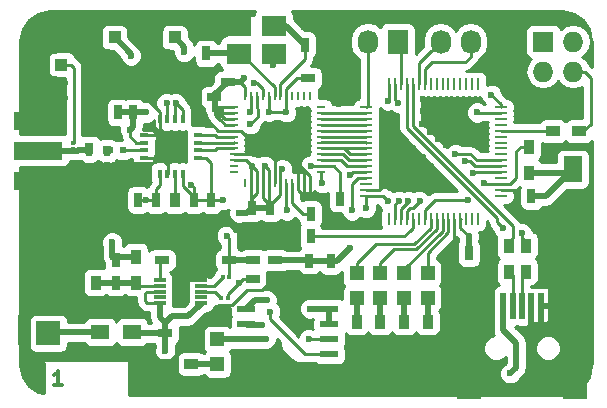
<source format=gbr>
G04 #@! TF.FileFunction,Copper,L1,Top,Signal*
%FSLAX46Y46*%
G04 Gerber Fmt 4.6, Leading zero omitted, Abs format (unit mm)*
G04 Created by KiCad (PCBNEW 4.0.4-stable) date 05/31/17 00:38:46*
%MOMM*%
%LPD*%
G01*
G04 APERTURE LIST*
%ADD10C,0.100000*%
%ADD11C,0.300000*%
%ADD12R,0.750000X0.800000*%
%ADD13R,0.750000X1.200000*%
%ADD14R,0.700000X0.250000*%
%ADD15R,0.250000X0.700000*%
%ADD16C,3.000000*%
%ADD17R,0.800000X0.350000*%
%ADD18R,0.350000X0.800000*%
%ADD19C,2.500000*%
%ADD20R,2.199640X1.099820*%
%ADD21R,1.000760X1.000760*%
%ADD22R,1.051560X1.000760*%
%ADD23R,0.250000X1.000000*%
%ADD24R,1.000000X0.250000*%
%ADD25R,0.900000X1.200000*%
%ADD26R,1.500000X1.300000*%
%ADD27R,1.200000X0.900000*%
%ADD28R,2.032000X2.032000*%
%ADD29O,2.032000X2.032000*%
%ADD30R,0.500000X0.600000*%
%ADD31R,0.600000X0.500000*%
%ADD32R,1.200000X0.750000*%
%ADD33R,1.198880X1.198880*%
%ADD34R,4.064000X1.524000*%
%ADD35R,1.727200X2.032000*%
%ADD36O,1.727200X2.032000*%
%ADD37R,1.727200X1.727200*%
%ADD38O,1.727200X1.727200*%
%ADD39R,1.600000X2.180000*%
%ADD40R,1.550000X0.600000*%
%ADD41R,0.500380X2.301240*%
%ADD42R,1.998980X2.499360*%
%ADD43R,2.100000X1.800000*%
%ADD44R,0.300000X0.350000*%
%ADD45R,0.350000X0.300000*%
%ADD46R,0.800000X0.750000*%
%ADD47R,1.000000X0.300000*%
%ADD48O,1.600000X2.400000*%
%ADD49C,0.600000*%
%ADD50C,0.500000*%
%ADD51C,0.250000*%
%ADD52C,0.254000*%
G04 APERTURE END LIST*
D10*
D11*
X67062858Y-71292857D02*
X66377143Y-71292857D01*
X66720001Y-71292857D02*
X66720001Y-70092857D01*
X66605715Y-70264286D01*
X66491429Y-70378571D01*
X66377143Y-70435714D01*
D12*
X69330000Y-49640000D03*
X69330000Y-51140000D03*
D13*
X87600000Y-40600000D03*
X87600000Y-42500000D03*
D14*
X81600000Y-47750000D03*
X81600000Y-48250000D03*
X81600000Y-48750000D03*
X81600000Y-49250000D03*
X81600000Y-49750000D03*
X81600000Y-50250000D03*
X81600000Y-50750000D03*
X81600000Y-51250000D03*
X81600000Y-51750000D03*
X81600000Y-52250000D03*
X81600000Y-52750000D03*
X81600000Y-53250000D03*
D15*
X82550000Y-54200000D03*
X83050000Y-54200000D03*
X83550000Y-54200000D03*
X84050000Y-54200000D03*
X84550000Y-54200000D03*
X85050000Y-54200000D03*
X85550000Y-54200000D03*
X86050000Y-54200000D03*
X86550000Y-54200000D03*
X87050000Y-54200000D03*
X87550000Y-54200000D03*
X88050000Y-54200000D03*
D14*
X89000000Y-53250000D03*
X89000000Y-52750000D03*
X89000000Y-52250000D03*
X89000000Y-51750000D03*
X89000000Y-51250000D03*
X89000000Y-50750000D03*
X89000000Y-50250000D03*
X89000000Y-49750000D03*
X89000000Y-49250000D03*
X89000000Y-48750000D03*
X89000000Y-48250000D03*
X89000000Y-47750000D03*
D15*
X88050000Y-46800000D03*
X87550000Y-46800000D03*
X87050000Y-46800000D03*
X86550000Y-46800000D03*
X86050000Y-46800000D03*
X85550000Y-46800000D03*
X85050000Y-46800000D03*
X84550000Y-46800000D03*
X84050000Y-46800000D03*
X83550000Y-46800000D03*
X83050000Y-46800000D03*
X82550000Y-46800000D03*
D16*
X85300000Y-50520000D03*
D17*
X78590000Y-52050000D03*
X78590000Y-51400000D03*
X78590000Y-50750000D03*
X78590000Y-50100000D03*
D18*
X77265000Y-48775000D03*
X76615000Y-48775000D03*
X75965000Y-48775000D03*
X75315000Y-48775000D03*
D17*
X73990000Y-50100000D03*
X73990000Y-50750000D03*
X73990000Y-51400000D03*
X73990000Y-52050000D03*
D18*
X75315000Y-53375000D03*
X75965000Y-53375000D03*
X76615000Y-53375000D03*
X77265000Y-53375000D03*
D19*
X76290000Y-51075000D03*
D20*
X70000000Y-43300680D03*
X70000000Y-40400000D03*
D21*
X68498860Y-41850340D03*
D22*
X71501140Y-41850340D03*
D23*
X94770000Y-57200000D03*
X95270000Y-57200000D03*
X95770000Y-57200000D03*
X96270000Y-57200000D03*
X96770000Y-57200000D03*
X97270000Y-57200000D03*
X97770000Y-57200000D03*
X98270000Y-57200000D03*
X98770000Y-57200000D03*
X99270000Y-57200000D03*
X99770000Y-57200000D03*
X100270000Y-57200000D03*
X100770000Y-57200000D03*
X101270000Y-57200000D03*
X101770000Y-57200000D03*
X102270000Y-57200000D03*
D24*
X104220000Y-55250000D03*
X104220000Y-54750000D03*
X104220000Y-54250000D03*
X104220000Y-53750000D03*
X104220000Y-53250000D03*
X104220000Y-52750000D03*
X104220000Y-52250000D03*
X104220000Y-51750000D03*
X104220000Y-51250000D03*
X104220000Y-50750000D03*
X104220000Y-50250000D03*
X104220000Y-49750000D03*
X104220000Y-49250000D03*
X104220000Y-48750000D03*
X104220000Y-48250000D03*
X104220000Y-47750000D03*
D23*
X102270000Y-45800000D03*
X101770000Y-45800000D03*
X101270000Y-45800000D03*
X100770000Y-45800000D03*
X100270000Y-45800000D03*
X99770000Y-45800000D03*
X99270000Y-45800000D03*
X98770000Y-45800000D03*
X98270000Y-45800000D03*
X97770000Y-45800000D03*
X97270000Y-45800000D03*
X96770000Y-45800000D03*
X96270000Y-45800000D03*
X95770000Y-45800000D03*
X95270000Y-45800000D03*
X94770000Y-45800000D03*
D24*
X92820000Y-47750000D03*
X92820000Y-48250000D03*
X92820000Y-48750000D03*
X92820000Y-49250000D03*
X92820000Y-49750000D03*
X92820000Y-50250000D03*
X92820000Y-50750000D03*
X92820000Y-51250000D03*
X92820000Y-51750000D03*
X92820000Y-52250000D03*
X92820000Y-52750000D03*
X92820000Y-53250000D03*
X92820000Y-53750000D03*
X92820000Y-54250000D03*
X92820000Y-54750000D03*
X92820000Y-55250000D03*
D13*
X106800000Y-55300000D03*
X106800000Y-57200000D03*
D25*
X106320000Y-61680000D03*
X106320000Y-59480000D03*
D26*
X73000000Y-66800000D03*
X70300000Y-66800000D03*
D27*
X108600000Y-49800000D03*
X110800000Y-49800000D03*
D28*
X65900000Y-66900000D03*
D29*
X65900000Y-64360000D03*
D13*
X88100000Y-58700000D03*
X88100000Y-56800000D03*
D30*
X69340000Y-52700000D03*
X69340000Y-51600000D03*
D13*
X71800000Y-46300000D03*
X71800000Y-48200000D03*
X73100000Y-46300000D03*
X73100000Y-48200000D03*
D30*
X70890000Y-52690000D03*
X70890000Y-51590000D03*
D31*
X72190000Y-51410000D03*
X71090000Y-51410000D03*
D13*
X75000000Y-55600000D03*
X75000000Y-57500000D03*
X73500000Y-55600000D03*
X73500000Y-57500000D03*
X78200000Y-55600000D03*
X78200000Y-57500000D03*
X79700000Y-55600000D03*
X79700000Y-57500000D03*
D32*
X79950000Y-46900000D03*
X78050000Y-46900000D03*
X81100000Y-45600000D03*
X79200000Y-45600000D03*
D13*
X83100000Y-56300000D03*
X83100000Y-58200000D03*
X84700000Y-56300000D03*
X84700000Y-58200000D03*
X79260000Y-41300000D03*
X79260000Y-43200000D03*
D32*
X89800000Y-45300000D03*
X87900000Y-45300000D03*
D13*
X90600000Y-55500000D03*
X90600000Y-57400000D03*
D32*
X75800000Y-66900000D03*
X77700000Y-66900000D03*
X83200000Y-62300000D03*
X85100000Y-62300000D03*
D13*
X89800000Y-60800000D03*
X89800000Y-62700000D03*
D32*
X81200000Y-60700000D03*
X79300000Y-60700000D03*
D13*
X101500000Y-60100000D03*
X101500000Y-62000000D03*
X88000000Y-60750000D03*
X88000000Y-62650000D03*
D32*
X75500000Y-60700000D03*
X77400000Y-60700000D03*
D13*
X71600000Y-60700000D03*
X71600000Y-62600000D03*
D33*
X92000000Y-61800000D03*
X92000000Y-63898040D03*
D32*
X83200000Y-60700000D03*
X85100000Y-60700000D03*
D34*
X65059000Y-51427000D03*
X65059000Y-48887000D03*
X65059000Y-53967000D03*
D20*
X75098860Y-43300680D03*
X75098860Y-40400000D03*
D21*
X73597720Y-41850340D03*
D22*
X76600000Y-41850340D03*
D35*
X104180000Y-42200000D03*
D36*
X101640000Y-42200000D03*
X99100000Y-42200000D03*
D35*
X95480000Y-42200000D03*
D36*
X92940000Y-42200000D03*
X90400000Y-42200000D03*
D37*
X107800000Y-42200000D03*
D38*
X110340000Y-42200000D03*
X107800000Y-44740000D03*
X110340000Y-44740000D03*
X107800000Y-47280000D03*
X110340000Y-47280000D03*
D25*
X106600000Y-51100000D03*
X106600000Y-53300000D03*
X76600000Y-55600000D03*
X76600000Y-57800000D03*
X104890000Y-61680000D03*
X104890000Y-59480000D03*
X73300000Y-60400000D03*
X73300000Y-62600000D03*
X69900000Y-62600000D03*
X69900000Y-60400000D03*
X92000000Y-65900000D03*
X92000000Y-68100000D03*
X94000000Y-65900000D03*
X94000000Y-68100000D03*
X96000000Y-65900000D03*
X96000000Y-68100000D03*
X98000000Y-65900000D03*
X98000000Y-68100000D03*
D39*
X110297680Y-62202430D03*
X110302320Y-52997570D03*
D20*
X65500000Y-45600680D03*
X65500000Y-42700000D03*
D21*
X63998860Y-44150340D03*
D22*
X67001140Y-44150340D03*
D33*
X94000000Y-61801960D03*
X94000000Y-63900000D03*
X96000000Y-61800000D03*
X96000000Y-63898040D03*
X98000000Y-61800000D03*
X98000000Y-63898040D03*
X80200000Y-67401960D03*
X80200000Y-69500000D03*
D27*
X78000000Y-69500000D03*
X75800000Y-69500000D03*
D40*
X82670000Y-64845000D03*
X82670000Y-66115000D03*
X82670000Y-67385000D03*
X82670000Y-68655000D03*
X89670000Y-68655000D03*
X89670000Y-67385000D03*
X89670000Y-66115000D03*
X89670000Y-64845000D03*
D41*
X104399800Y-64550680D03*
X105199900Y-64550680D03*
X106000000Y-64550680D03*
X106800100Y-64550680D03*
X107600200Y-64550680D03*
D42*
X101549920Y-65649740D03*
X101549920Y-71148840D03*
X110450080Y-65649740D03*
X110450080Y-71148840D03*
D43*
X82070000Y-43210000D03*
X84970000Y-43210000D03*
X84970000Y-40910000D03*
X82070000Y-40910000D03*
D44*
X81100000Y-63900000D03*
X80550000Y-63900000D03*
X81200000Y-62100000D03*
X80650000Y-62100000D03*
D45*
X68020000Y-51330000D03*
X68020000Y-50780000D03*
D46*
X69330000Y-51410000D03*
X70830000Y-51410000D03*
D47*
X78840000Y-64360000D03*
X78840000Y-63860000D03*
X78840000Y-63360000D03*
X78840000Y-62860000D03*
X78840000Y-62360000D03*
X75340000Y-62360000D03*
X75340000Y-62860000D03*
X75340000Y-63360000D03*
X75340000Y-63860000D03*
X75340000Y-64360000D03*
D48*
X77090000Y-63360000D03*
D49*
X74950000Y-59490000D03*
X76570000Y-59550000D03*
X78210000Y-59570000D03*
X79670000Y-59560000D03*
X79670000Y-58610000D03*
X78190000Y-58620000D03*
X76550000Y-58620000D03*
X74950000Y-58580000D03*
X73470000Y-58580000D03*
X98440000Y-53680000D03*
X96220000Y-53710000D03*
X89430000Y-55290000D03*
X88560000Y-55300000D03*
X87560000Y-55300000D03*
X74550000Y-49320000D03*
X103170000Y-63220000D03*
X103170000Y-61870000D03*
X103150000Y-60330000D03*
X103150000Y-58960000D03*
X72800000Y-64650000D03*
X71310000Y-64650000D03*
X69930000Y-64650000D03*
X72800000Y-68660000D03*
X71360000Y-68660000D03*
X70010000Y-68680000D03*
X68680000Y-68650000D03*
X68180000Y-64630000D03*
X68180000Y-63130000D03*
X68110000Y-61680000D03*
X89320000Y-71360000D03*
X87690000Y-71380000D03*
X86000000Y-71330000D03*
X84400000Y-71320000D03*
X82860000Y-71310000D03*
X71750000Y-50020000D03*
X70660000Y-50020000D03*
X67130000Y-49840000D03*
X67270000Y-45670000D03*
X101600000Y-50300000D03*
X99700000Y-49700000D03*
X100500000Y-50300000D03*
X84200000Y-43600000D03*
X84900000Y-44200000D03*
X84970000Y-43210000D03*
X90500000Y-47470000D03*
X80340000Y-40480000D03*
X71800000Y-44700000D03*
X105700000Y-48000000D03*
X105700000Y-46800000D03*
X109000000Y-39800000D03*
X106400000Y-39800000D03*
X98400000Y-39800000D03*
X103046000Y-39800000D03*
X88800000Y-42100000D03*
X90500000Y-46600000D03*
X94000000Y-39800000D03*
X92000000Y-39900000D03*
X90300000Y-39900000D03*
X88800000Y-40200000D03*
X69400000Y-46400000D03*
X77600000Y-40300000D03*
X67400000Y-40400000D03*
X72500000Y-40300000D03*
X69300000Y-44700000D03*
X109700000Y-57700000D03*
X108425000Y-57600000D03*
X108400000Y-59100000D03*
X109700000Y-59100000D03*
X110900000Y-59100000D03*
X110900000Y-57800000D03*
X110900000Y-56400000D03*
X109700000Y-56400000D03*
X108500000Y-56400000D03*
X100000000Y-63400000D03*
X100000000Y-62100000D03*
X100000000Y-60900000D03*
X100000000Y-59800000D03*
X108500000Y-66500000D03*
X106700000Y-67300000D03*
X106700000Y-68800000D03*
X106700000Y-70200000D03*
X107800000Y-71800000D03*
X106300000Y-71800000D03*
X104900000Y-71800000D03*
X97500000Y-71400000D03*
X96400000Y-71400000D03*
X95200000Y-71400000D03*
X94000000Y-71400000D03*
X92800000Y-71400000D03*
X82900000Y-59300000D03*
X83900000Y-59300000D03*
X78725000Y-61900000D03*
X88900000Y-63700000D03*
X90600000Y-63700000D03*
X87200000Y-63700000D03*
X78300000Y-68000000D03*
X71800000Y-57500000D03*
X70600000Y-57500000D03*
X67200000Y-48900000D03*
X97240000Y-53080000D03*
X98300000Y-52700000D03*
X97600000Y-52000000D03*
X96800000Y-51200000D03*
X96200000Y-51800000D03*
X99540000Y-50990000D03*
X98890000Y-50410000D03*
X98230000Y-49870000D03*
X97600000Y-47100000D03*
X97600000Y-48100000D03*
X97530000Y-49190000D03*
X68000000Y-52710000D03*
X72700000Y-52700000D03*
X67120000Y-53120000D03*
X66200000Y-53120000D03*
X63910000Y-53090000D03*
X65060000Y-53120000D03*
X66100000Y-49780000D03*
X64930000Y-49780000D03*
X63700000Y-49790000D03*
X96000000Y-52600000D03*
X74700000Y-45325000D03*
X65100000Y-58000000D03*
X64100000Y-58000000D03*
X65900000Y-58000000D03*
X67500000Y-58000000D03*
X65900000Y-59300000D03*
X65900000Y-61400000D03*
X67300000Y-46950000D03*
X66550000Y-46950000D03*
X65300000Y-46950000D03*
X63880000Y-47000000D03*
X72000000Y-53200000D03*
X70600000Y-53800000D03*
X69000000Y-53800000D03*
X67900000Y-55100000D03*
X64100000Y-55900000D03*
X67000000Y-55900000D03*
X66000000Y-55900000D03*
X65100000Y-55900000D03*
X70400000Y-48900000D03*
X69000000Y-48900000D03*
X101440000Y-55580000D03*
X108000000Y-53300000D03*
X102200000Y-48200000D03*
X95500000Y-47400000D03*
X80700000Y-55600000D03*
X80990000Y-58630000D03*
X71300000Y-59200000D03*
X89100000Y-54199999D03*
X72800000Y-49700000D03*
X78000000Y-54300000D03*
X74200000Y-55600000D03*
X74200000Y-48200000D03*
X82050000Y-62600000D03*
X86050000Y-48180000D03*
X84550000Y-48160000D03*
X82500000Y-45300000D03*
X85700000Y-53000000D03*
X84200000Y-52700000D03*
X88100000Y-52700000D03*
X80000000Y-47900000D03*
X83100000Y-52700000D03*
X82050000Y-56700000D03*
X84300000Y-67390000D03*
X88040000Y-64810000D03*
X101500000Y-58700000D03*
X103400000Y-46700000D03*
X94645863Y-55654137D03*
X94645863Y-47202849D03*
X92800000Y-56300000D03*
X91400000Y-59700000D03*
X102800000Y-54200000D03*
X75800000Y-68400000D03*
X105000000Y-70300000D03*
X95566000Y-55664000D03*
X76700000Y-47400000D03*
X83300000Y-45700000D03*
X105990000Y-58400000D03*
X104400000Y-58000000D03*
X91400000Y-53500000D03*
X96366003Y-55664000D03*
X75900000Y-47400000D03*
X91600000Y-56500000D03*
X86100000Y-56500000D03*
X101867722Y-53352199D03*
X87930000Y-67400000D03*
X101130000Y-52350000D03*
X83990000Y-66180000D03*
X100360000Y-51710000D03*
X84680000Y-65070000D03*
X83000000Y-48200000D03*
X77400000Y-43100000D03*
X72900000Y-43400000D03*
X83000000Y-49200000D03*
X84380000Y-64090000D03*
X97330000Y-55690000D03*
D50*
X70300000Y-66800000D02*
X66000000Y-66800000D01*
X66000000Y-66800000D02*
X65900000Y-66900000D01*
D51*
X75120000Y-49930000D02*
X75315000Y-49735000D01*
X75315000Y-49735000D02*
X75315000Y-48775000D01*
X73990000Y-50100000D02*
X74950000Y-50100000D01*
X74950000Y-50100000D02*
X75120000Y-49930000D01*
X73990000Y-52050000D02*
X75315000Y-52050000D01*
X75315000Y-52050000D02*
X76290000Y-51075000D01*
X89040000Y-55300000D02*
X89420000Y-55300000D01*
X89040000Y-55780000D02*
X89200000Y-55940000D01*
X88560000Y-55300000D02*
X89040000Y-55300000D01*
X89040000Y-55300000D02*
X89040000Y-55780000D01*
X89420000Y-55300000D02*
X89430000Y-55290000D01*
X87560000Y-55300000D02*
X88560000Y-55300000D01*
D50*
X106700000Y-67300000D02*
X106800100Y-67199900D01*
X106800100Y-67199900D02*
X106800100Y-64550680D01*
X106700000Y-67300000D02*
X107600200Y-66399800D01*
X107600200Y-66399800D02*
X107600200Y-64550680D01*
X107600200Y-64550680D02*
X109351020Y-64550680D01*
X109351020Y-64550680D02*
X110450080Y-65649740D01*
D51*
X73597720Y-41850340D02*
X73597720Y-42349450D01*
X73597720Y-42349450D02*
X74548950Y-43300680D01*
X74548950Y-43300680D02*
X75098860Y-43300680D01*
D50*
X76325000Y-51095000D02*
X75160000Y-49930000D01*
X75160000Y-49930000D02*
X74550000Y-49320000D01*
X75120000Y-49930000D02*
X75160000Y-49930000D01*
X76325000Y-51100000D02*
X76325000Y-51095000D01*
D51*
X77080000Y-63110000D02*
X77830000Y-62360000D01*
X77830000Y-62360000D02*
X78830000Y-62360000D01*
X77080000Y-63360000D02*
X77080000Y-63110000D01*
X78830000Y-62360000D02*
X78830000Y-62005000D01*
X78830000Y-62005000D02*
X78725000Y-61900000D01*
X78725000Y-61900000D02*
X78725000Y-61275000D01*
X78725000Y-61275000D02*
X79300000Y-60700000D01*
X74160000Y-46960000D02*
X74160000Y-46735000D01*
X74160000Y-46735000D02*
X73725000Y-46300000D01*
X73725000Y-46300000D02*
X73100000Y-46300000D01*
X75350000Y-48800000D02*
X75350000Y-48150000D01*
X75350000Y-48150000D02*
X74160000Y-46960000D01*
X96000000Y-52600000D02*
X96000000Y-52000000D01*
X96000000Y-52000000D02*
X96200000Y-51800000D01*
X96800000Y-51200000D02*
X96200000Y-51800000D01*
X97240000Y-53080000D02*
X96480000Y-53080000D01*
X96480000Y-53080000D02*
X96000000Y-52600000D01*
X98300000Y-52700000D02*
X97620000Y-52700000D01*
X97620000Y-52700000D02*
X97240000Y-53080000D01*
X87690000Y-71380000D02*
X89300000Y-71380000D01*
X89300000Y-71380000D02*
X89320000Y-71360000D01*
X84400000Y-71320000D02*
X85990000Y-71320000D01*
X85990000Y-71320000D02*
X86000000Y-71330000D01*
X81460000Y-70850000D02*
X82400000Y-70850000D01*
X82400000Y-70850000D02*
X82860000Y-71310000D01*
X81460000Y-70850000D02*
X82570000Y-69740000D01*
X82570000Y-69740000D02*
X82670000Y-69640000D01*
X91420000Y-71400000D02*
X89760000Y-69740000D01*
X89760000Y-69740000D02*
X82570000Y-69740000D01*
X92800000Y-71400000D02*
X91420000Y-71400000D01*
X101549920Y-71148840D02*
X97751160Y-71148840D01*
X97751160Y-71148840D02*
X97500000Y-71400000D01*
X82670000Y-69640000D02*
X82670000Y-68655000D01*
X76450000Y-70850000D02*
X81460000Y-70850000D01*
X75800000Y-69500000D02*
X75800000Y-70200000D01*
X75800000Y-70200000D02*
X76450000Y-70850000D01*
X73430000Y-68850000D02*
X74080000Y-69500000D01*
X74080000Y-69500000D02*
X75800000Y-69500000D01*
X64500000Y-68850000D02*
X73430000Y-68850000D01*
X63433160Y-67783160D02*
X64500000Y-68850000D01*
X63433160Y-65390000D02*
X63433160Y-67783160D01*
X69330000Y-49640000D02*
X69330000Y-49230000D01*
X69330000Y-49230000D02*
X69000000Y-48900000D01*
X77749999Y-67700001D02*
X77700000Y-67650002D01*
X77700000Y-67650002D02*
X77700000Y-66900000D01*
X78300000Y-68000000D02*
X78000001Y-67700001D01*
X78000001Y-67700001D02*
X77749999Y-67700001D01*
X77749999Y-67700001D02*
X75950000Y-69500000D01*
X75950000Y-69500000D02*
X75800000Y-69500000D01*
X69900000Y-57520000D02*
X69900000Y-53000000D01*
X69900000Y-60400000D02*
X69900000Y-57520000D01*
X69900000Y-57520000D02*
X69920000Y-57500000D01*
X69920000Y-57500000D02*
X70600000Y-57500000D01*
X69340000Y-52700000D02*
X68010000Y-52700000D01*
X68010000Y-52700000D02*
X68000000Y-52710000D01*
X70480000Y-52700000D02*
X70700000Y-52700000D01*
X69790000Y-52700000D02*
X70480000Y-52700000D01*
X70480000Y-52700000D02*
X71100000Y-52700000D01*
X69013500Y-52700000D02*
X69790000Y-52700000D01*
X69790000Y-52700000D02*
X69340000Y-52700000D01*
X69080000Y-48980000D02*
X69000000Y-48900000D01*
X65900000Y-61400000D02*
X65900000Y-54808000D01*
X65900000Y-54808000D02*
X65059000Y-53967000D01*
X65059000Y-53967000D02*
X67633000Y-53967000D01*
X67633000Y-53967000D02*
X67900000Y-53700000D01*
X65500000Y-45600680D02*
X65500000Y-48020000D01*
X65059000Y-48887000D02*
X65059000Y-48461000D01*
X65059000Y-48461000D02*
X65500000Y-48020000D01*
X64930000Y-49780000D02*
X64930000Y-49016000D01*
X64930000Y-49016000D02*
X65059000Y-48887000D01*
X82980000Y-50520000D02*
X82210000Y-49750000D01*
X82210000Y-49750000D02*
X81600000Y-49750000D01*
X85050000Y-54200000D02*
X85050000Y-50770000D01*
X85050000Y-50770000D02*
X85300000Y-50520000D01*
X83590000Y-51280000D02*
X84540000Y-51280000D01*
X84540000Y-51280000D02*
X85300000Y-50520000D01*
X83120000Y-51750000D02*
X83590000Y-51280000D01*
X81600000Y-51750000D02*
X83120000Y-51750000D01*
X78050000Y-46900000D02*
X78050000Y-47525000D01*
X78050000Y-47525000D02*
X79025000Y-48500000D01*
X79036410Y-48500000D02*
X80276410Y-49740000D01*
X79025000Y-48500000D02*
X79036410Y-48500000D01*
X80276410Y-49740000D02*
X82200000Y-49740000D01*
X82200000Y-49740000D02*
X82980000Y-50520000D01*
X82980000Y-50520000D02*
X85300000Y-50520000D01*
X87050000Y-52550000D02*
X87050000Y-52270000D01*
X87050000Y-52270000D02*
X85300000Y-50520000D01*
X76000000Y-53400000D02*
X76000000Y-51425000D01*
X76000000Y-51425000D02*
X76325000Y-51100000D01*
X72000000Y-53200000D02*
X72200000Y-53200000D01*
X72200000Y-53200000D02*
X72700000Y-52700000D01*
X88800000Y-40200000D02*
X88000000Y-40200000D01*
X88000000Y-40200000D02*
X87600000Y-40600000D01*
X90400000Y-42047600D02*
X90400000Y-42200000D01*
X90500000Y-46600000D02*
X90500000Y-47470000D01*
X80340000Y-40480000D02*
X81640000Y-40480000D01*
X81640000Y-40480000D02*
X82070000Y-40910000D01*
X77600000Y-40300000D02*
X80160000Y-40300000D01*
X80160000Y-40300000D02*
X80340000Y-40480000D01*
X79260000Y-41300000D02*
X78600000Y-41300000D01*
X78600000Y-41300000D02*
X77600000Y-40300000D01*
X79260000Y-41300000D02*
X81680000Y-41300000D01*
X81680000Y-41300000D02*
X82070000Y-40910000D01*
X69300000Y-44700000D02*
X69300000Y-44000680D01*
X69300000Y-44000680D02*
X70000000Y-43300680D01*
X68498860Y-41850340D02*
X68498860Y-43149360D01*
X68498860Y-43149360D02*
X68650180Y-43300680D01*
X68650180Y-43300680D02*
X70000000Y-43300680D01*
X69300000Y-44700000D02*
X69300000Y-46300000D01*
X69300000Y-46300000D02*
X69400000Y-46400000D01*
X71800000Y-46300000D02*
X71800000Y-44700000D01*
X71800000Y-44700000D02*
X71800000Y-44550770D01*
X69300000Y-44700000D02*
X71800000Y-44700000D01*
X69300000Y-44700000D02*
X69300000Y-44000000D01*
X105700000Y-46800000D02*
X105700000Y-48000000D01*
X103046000Y-39800000D02*
X106400000Y-39800000D01*
X94000000Y-39800000D02*
X98400000Y-39800000D01*
X103046000Y-39800000D02*
X98400000Y-39800000D01*
X104180000Y-42200000D02*
X104180000Y-40934000D01*
X104180000Y-40934000D02*
X103046000Y-39800000D01*
X66100000Y-41300090D02*
X65700090Y-41700000D01*
X65700090Y-41700000D02*
X65500000Y-41900090D01*
X65700090Y-41675646D02*
X65700090Y-41700000D01*
X67400000Y-40400000D02*
X66975736Y-40400000D01*
X66975736Y-40400000D02*
X65700090Y-41675646D01*
X70000000Y-40400000D02*
X67400000Y-40400000D01*
X72500000Y-40300000D02*
X70100000Y-40300000D01*
X70100000Y-40300000D02*
X70000000Y-40400000D01*
X75098860Y-40400000D02*
X72600000Y-40400000D01*
X72600000Y-40400000D02*
X72500000Y-40300000D01*
X77600000Y-40300000D02*
X75198860Y-40300000D01*
X75198860Y-40300000D02*
X75098860Y-40400000D01*
X88800000Y-40200000D02*
X88800000Y-42100000D01*
X90400000Y-42200000D02*
X90400000Y-40000000D01*
X90400000Y-40000000D02*
X90300000Y-39900000D01*
X89800000Y-45300000D02*
X89800000Y-45900000D01*
X89800000Y-45900000D02*
X90500000Y-46600000D01*
X92647600Y-39800000D02*
X94000000Y-39800000D01*
X92000000Y-39900000D02*
X93900000Y-39900000D01*
X93900000Y-39900000D02*
X94000000Y-39800000D01*
X90300000Y-39900000D02*
X92000000Y-39900000D01*
X88800000Y-40200000D02*
X90000000Y-40200000D01*
X90000000Y-40200000D02*
X90300000Y-39900000D01*
X69000000Y-46800000D02*
X69400000Y-46400000D01*
X69400000Y-46400000D02*
X69500000Y-46300000D01*
X67300000Y-40300000D02*
X67400000Y-40400000D01*
X108425000Y-57600000D02*
X109600000Y-57600000D01*
X109600000Y-57600000D02*
X109700000Y-57700000D01*
X108425000Y-58200000D02*
X108425000Y-57600000D01*
X108425000Y-57600000D02*
X108425000Y-56475000D01*
X108400000Y-59100000D02*
X108400000Y-57625000D01*
X108400000Y-57625000D02*
X108425000Y-57600000D01*
X109700000Y-59100000D02*
X108400000Y-59100000D01*
X110900000Y-59100000D02*
X109700000Y-59100000D01*
X110900000Y-57800000D02*
X110900000Y-59100000D01*
X110900000Y-56400000D02*
X110900000Y-57800000D01*
X109700000Y-56400000D02*
X110900000Y-56400000D01*
X108500000Y-56400000D02*
X109700000Y-56400000D01*
X108425000Y-58200000D02*
X110450080Y-60225080D01*
X107425000Y-57200000D02*
X108425000Y-58200000D01*
X108425000Y-56475000D02*
X108500000Y-56400000D01*
X100000000Y-62100000D02*
X100000000Y-63400000D01*
X100000000Y-60900000D02*
X100000000Y-62100000D01*
X100000000Y-59800000D02*
X100000000Y-60900000D01*
X100270000Y-59900000D02*
X100270000Y-57200000D01*
X100270000Y-62770000D02*
X100270000Y-59900000D01*
X100270000Y-59900000D02*
X100100000Y-59900000D01*
X100100000Y-59900000D02*
X100000000Y-59800000D01*
X106700000Y-68800000D02*
X106700000Y-67300000D01*
X106700000Y-70200000D02*
X106700000Y-68800000D01*
X106300000Y-71800000D02*
X107800000Y-71800000D01*
X104900000Y-71800000D02*
X106300000Y-71800000D01*
X101549920Y-71148840D02*
X104248840Y-71148840D01*
X104248840Y-71148840D02*
X104900000Y-71800000D01*
X96400000Y-71400000D02*
X97500000Y-71400000D01*
X95200000Y-71400000D02*
X96400000Y-71400000D01*
X94000000Y-71400000D02*
X95200000Y-71400000D01*
X92800000Y-71400000D02*
X94000000Y-71400000D01*
X83900000Y-59300000D02*
X82900000Y-59300000D01*
X83900000Y-58200000D02*
X83100000Y-58200000D01*
X84700000Y-58200000D02*
X83900000Y-58200000D01*
X83900000Y-58200000D02*
X83900000Y-59300000D01*
X78850000Y-61925000D02*
X78725000Y-61900000D01*
X78725000Y-61900000D02*
X77625000Y-60700000D01*
X88900000Y-62700000D02*
X88050000Y-62700000D01*
X89800000Y-62700000D02*
X88900000Y-62700000D01*
X88900000Y-62700000D02*
X88900000Y-63700000D01*
X89800000Y-62700000D02*
X89800000Y-62900000D01*
X89800000Y-62900000D02*
X90600000Y-63700000D01*
X88000000Y-62650000D02*
X88000000Y-62900000D01*
X88000000Y-62900000D02*
X87200000Y-63700000D01*
X77700000Y-66900000D02*
X77700000Y-67400000D01*
X77400000Y-60700000D02*
X77400000Y-59700000D01*
X71400000Y-57500000D02*
X71800000Y-57500000D01*
X71800000Y-57500000D02*
X73500000Y-57500000D01*
X70600000Y-57500000D02*
X71800000Y-57500000D01*
X69900000Y-60400000D02*
X69900000Y-58200000D01*
X75650000Y-69500000D02*
X75800000Y-69500000D01*
X78525000Y-66300000D02*
X80325000Y-64500000D01*
X78525000Y-66300000D02*
X78300000Y-66300000D01*
X78300000Y-66300000D02*
X77700000Y-66900000D01*
X82720009Y-63200000D02*
X83820000Y-63200000D01*
X80325000Y-64500000D02*
X81420009Y-64500000D01*
X81420009Y-64500000D02*
X82720009Y-63200000D01*
X87400000Y-52900000D02*
X87200000Y-52700000D01*
X87200000Y-52700000D02*
X87050000Y-52550000D01*
X87550000Y-54190000D02*
X87550000Y-53050000D01*
X87550000Y-53050000D02*
X87200000Y-52700000D01*
X88050000Y-54190000D02*
X88050000Y-53575002D01*
X88050000Y-53575002D02*
X87400000Y-52925002D01*
X87400000Y-52925002D02*
X87400000Y-52900000D01*
X88050000Y-54190000D02*
X88050000Y-53590000D01*
X87050000Y-53000000D02*
X87050000Y-54190000D01*
X87050000Y-52550000D02*
X87050000Y-53000000D01*
X88100000Y-55300000D02*
X88560000Y-55300000D01*
X87800000Y-55300000D02*
X88100000Y-55300000D01*
X88100000Y-55300000D02*
X88050000Y-55250000D01*
X88050000Y-55250000D02*
X88050000Y-54190000D01*
X87560000Y-55300000D02*
X87550000Y-55290000D01*
X87550000Y-55290000D02*
X87550000Y-54190000D01*
X87700000Y-55300000D02*
X87800000Y-55300000D01*
X87050000Y-54190000D02*
X87050000Y-54790000D01*
X87050000Y-54790000D02*
X87560000Y-55300000D01*
X87560000Y-55300000D02*
X87800000Y-55300000D01*
X87050000Y-54190000D02*
X87050000Y-53465000D01*
X68498860Y-40401140D02*
X68500000Y-40400000D01*
X68500000Y-40400000D02*
X70000000Y-40400000D01*
X68498860Y-41850340D02*
X68498860Y-40401140D01*
X90400000Y-42200000D02*
X90400000Y-40934000D01*
X65900000Y-64360000D02*
X64463160Y-64360000D01*
X64463160Y-64360000D02*
X63433160Y-65390000D01*
X97600000Y-52000000D02*
X96800000Y-51200000D01*
X67900000Y-53700000D02*
X68013500Y-53700000D01*
X68013500Y-53700000D02*
X69013500Y-52700000D01*
X97600000Y-52000000D02*
X98300000Y-52700000D01*
X83975000Y-63200000D02*
X83820000Y-63200000D01*
X83820000Y-63200000D02*
X82711410Y-63200000D01*
X100300430Y-71148840D02*
X101549920Y-71148840D01*
X77670000Y-66930000D02*
X77700000Y-66900000D01*
X70700000Y-52700000D02*
X72700000Y-52700000D01*
X69000000Y-48900000D02*
X69000000Y-46800000D01*
X84875000Y-62300000D02*
X83975000Y-63200000D01*
X92820000Y-54750000D02*
X93850000Y-54750000D01*
X93850000Y-54750000D02*
X96000000Y-52600000D01*
X89200000Y-56900000D02*
X89700000Y-57400000D01*
X89700000Y-57400000D02*
X90600000Y-57400000D01*
X89200000Y-55940000D02*
X89200000Y-56900000D01*
X87550000Y-54190000D02*
X87550000Y-53965000D01*
X85100000Y-62300000D02*
X84875000Y-62300000D01*
X101549920Y-71148840D02*
X102799410Y-71148840D01*
X102799410Y-71148840D02*
X110450080Y-71148840D01*
X101500000Y-62000000D02*
X101500000Y-65599820D01*
X101500000Y-65599820D02*
X101549920Y-65649740D01*
X101549920Y-65649740D02*
X101549920Y-64049920D01*
X101549920Y-64049920D02*
X100270000Y-62770000D01*
X104220000Y-54750000D02*
X105350000Y-54750000D01*
X105350000Y-54750000D02*
X105700000Y-55100000D01*
X105700000Y-55100000D02*
X105700000Y-56725000D01*
X105700000Y-56725000D02*
X106175000Y-57200000D01*
X106175000Y-57200000D02*
X106800000Y-57200000D01*
X90400000Y-42047600D02*
X92647600Y-39800000D01*
X74700000Y-45325000D02*
X78925000Y-45325000D01*
X78925000Y-45325000D02*
X79200000Y-45600000D01*
X75098860Y-44926140D02*
X74700000Y-45325000D01*
X74700000Y-45325000D02*
X73725000Y-46300000D01*
X75098860Y-43300680D02*
X75098860Y-44926140D01*
X107800000Y-47280000D02*
X110340000Y-47280000D01*
X104180000Y-42200000D02*
X104180000Y-43660000D01*
X104180000Y-43660000D02*
X107800000Y-47280000D01*
X110450080Y-65649740D02*
X110450080Y-63400000D01*
X110450080Y-63400000D02*
X110450080Y-62354830D01*
X106800000Y-57200000D02*
X107425000Y-57200000D01*
X110450080Y-60225080D02*
X110450080Y-63400000D01*
X78050000Y-46900000D02*
X78050000Y-46750000D01*
X78050000Y-46750000D02*
X79200000Y-45600000D01*
X65100000Y-54008000D02*
X65059000Y-53967000D01*
X73597720Y-41850340D02*
X73597720Y-40551320D01*
X73597720Y-40551320D02*
X73749040Y-40400000D01*
X73749040Y-40400000D02*
X75098860Y-40400000D01*
X101549920Y-69649160D02*
X101549920Y-68100000D01*
X101549920Y-68100000D02*
X101549920Y-65649740D01*
X98000000Y-68100000D02*
X101549920Y-68100000D01*
X96000000Y-68100000D02*
X98000000Y-68100000D01*
X94000000Y-68100000D02*
X96000000Y-68100000D01*
X92000000Y-68100000D02*
X94000000Y-68100000D01*
X85100000Y-62300000D02*
X87650000Y-62300000D01*
X87650000Y-62300000D02*
X88000000Y-62650000D01*
X88050000Y-62700000D02*
X88000000Y-62650000D01*
X110450080Y-71148840D02*
X110450080Y-69649160D01*
X110450080Y-69649160D02*
X110450080Y-65649740D01*
X101549920Y-71148840D02*
X101549920Y-69649160D01*
X78850000Y-61150000D02*
X79300000Y-60700000D01*
X77625000Y-60700000D02*
X77400000Y-60700000D01*
X81000000Y-57500000D02*
X81700000Y-58200000D01*
X81700000Y-58200000D02*
X83100000Y-58200000D01*
X79700000Y-57500000D02*
X81000000Y-57500000D01*
X69500000Y-46300000D02*
X71800000Y-46300000D01*
X69900000Y-53000000D02*
X70200000Y-52700000D01*
X70200000Y-52700000D02*
X70700000Y-52700000D01*
X77400000Y-60700000D02*
X77400000Y-58750000D01*
X77400000Y-58750000D02*
X76600000Y-57950000D01*
X76600000Y-57950000D02*
X76600000Y-57800000D01*
X78200000Y-57500000D02*
X79700000Y-57500000D01*
X76600000Y-57800000D02*
X77900000Y-57800000D01*
X77900000Y-57800000D02*
X78200000Y-57500000D01*
X75000000Y-57500000D02*
X76300000Y-57500000D01*
X76300000Y-57500000D02*
X76600000Y-57800000D01*
X75000000Y-57500000D02*
X73500000Y-57500000D01*
X69900000Y-60400000D02*
X69900000Y-59000000D01*
X69900000Y-60400000D02*
X66800000Y-60400000D01*
X66800000Y-60400000D02*
X65900000Y-61300000D01*
X65900000Y-61300000D02*
X65900000Y-64360000D01*
X67530500Y-53967000D02*
X65059000Y-53967000D01*
X69013500Y-52700000D02*
X69013500Y-52750000D01*
X71800000Y-44550770D02*
X70549910Y-43300680D01*
X70549910Y-43300680D02*
X70000000Y-43300680D01*
X73100000Y-46300000D02*
X71800000Y-46300000D01*
X65500000Y-45600680D02*
X65500000Y-42700000D01*
X65500000Y-42700000D02*
X65500000Y-43499910D01*
X65500000Y-43499910D02*
X64849570Y-44150340D01*
X64849570Y-44150340D02*
X64749240Y-44150340D01*
X64749240Y-44150340D02*
X63998860Y-44150340D01*
X68498860Y-41850340D02*
X65549750Y-41850340D01*
X65549750Y-41850340D02*
X65500000Y-41900090D01*
X65500000Y-41900090D02*
X65500000Y-42700000D01*
X73597720Y-41850340D02*
X73597720Y-41099960D01*
X89800000Y-45300000D02*
X89800000Y-42800000D01*
X89800000Y-42800000D02*
X90400000Y-42200000D01*
X70400000Y-48900000D02*
X70400000Y-47400000D01*
X70400000Y-47400000D02*
X69400000Y-46400000D01*
D50*
X106800000Y-55300000D02*
X107999890Y-55300000D01*
X107999890Y-55300000D02*
X110302320Y-52997570D01*
X108000000Y-53300000D02*
X109999890Y-53300000D01*
X109999890Y-53300000D02*
X110302320Y-52997570D01*
X106600000Y-53300000D02*
X108000000Y-53300000D01*
D51*
X99100000Y-55600000D02*
X101420000Y-55600000D01*
X101420000Y-55600000D02*
X101440000Y-55580000D01*
X97770000Y-57200000D02*
X97770000Y-56450000D01*
X97770000Y-56450000D02*
X98620000Y-55600000D01*
X98620000Y-55600000D02*
X99100000Y-55600000D01*
X104220000Y-48250000D02*
X102250000Y-48250000D01*
X102250000Y-48250000D02*
X102200000Y-48200000D01*
X96120000Y-58600000D02*
X96520000Y-58200000D01*
X96520000Y-58200000D02*
X96770000Y-57950000D01*
X88100000Y-58700000D02*
X96020000Y-58700000D01*
X96020000Y-58700000D02*
X96520000Y-58200000D01*
X96770000Y-57950000D02*
X96770000Y-57200000D01*
X86550000Y-54190000D02*
X86550000Y-55875000D01*
X86550000Y-55875000D02*
X87475000Y-56800000D01*
X87475000Y-56800000D02*
X88100000Y-56800000D01*
D50*
X69330000Y-51410000D02*
X68430000Y-51410000D01*
X68430000Y-51410000D02*
X68413000Y-51427000D01*
X68413000Y-51427000D02*
X67900000Y-51427000D01*
X67903000Y-51430000D02*
X67900000Y-51427000D01*
X65059000Y-51427000D02*
X67900000Y-51427000D01*
D51*
X67900000Y-51427000D02*
X67950340Y-51376660D01*
X95270000Y-45800000D02*
X95270000Y-47170000D01*
X95270000Y-47170000D02*
X95500000Y-47400000D01*
X73990000Y-50750000D02*
X73340000Y-50750000D01*
X73340000Y-50750000D02*
X72800000Y-50210000D01*
X72800000Y-50210000D02*
X72800000Y-50124264D01*
X72800000Y-50124264D02*
X72800000Y-49700000D01*
X81200000Y-60700000D02*
X81200000Y-58840000D01*
X81200000Y-58840000D02*
X80990000Y-58630000D01*
X81200000Y-62100000D02*
X81200000Y-60700000D01*
D50*
X73300000Y-60400000D02*
X71900000Y-60400000D01*
X71900000Y-60400000D02*
X71600000Y-60700000D01*
X71300000Y-59200000D02*
X71300000Y-60400000D01*
X71300000Y-60400000D02*
X71600000Y-60700000D01*
X73100000Y-48200000D02*
X73100000Y-49400000D01*
X73100000Y-49400000D02*
X72800000Y-49700000D01*
X74200000Y-48200000D02*
X71800000Y-48200000D01*
D51*
X89000000Y-53240000D02*
X89000000Y-54099999D01*
X89000000Y-54099999D02*
X89100000Y-54199999D01*
D50*
X81200000Y-60700000D02*
X83200000Y-60700000D01*
D51*
X77275000Y-53375000D02*
X77275000Y-54450000D01*
X77275000Y-54450000D02*
X78200000Y-55375000D01*
X78200000Y-55375000D02*
X78200000Y-55600000D01*
X78200000Y-55600000D02*
X78200000Y-54500000D01*
X78200000Y-54500000D02*
X78000000Y-54300000D01*
X74200000Y-55600000D02*
X73500000Y-55600000D01*
X75000000Y-55600000D02*
X74200000Y-55600000D01*
X74200000Y-48200000D02*
X73100000Y-48200000D01*
X80700000Y-55600000D02*
X79700000Y-55600000D01*
X79700000Y-55600000D02*
X78200000Y-55600000D01*
X71800000Y-48200000D02*
X73100000Y-48200000D01*
X78600000Y-52050000D02*
X79250000Y-52050000D01*
X79250000Y-52050000D02*
X79700000Y-52500000D01*
X79700000Y-52500000D02*
X79700000Y-54750000D01*
X79700000Y-54750000D02*
X79700000Y-55600000D01*
X75325000Y-54375000D02*
X75000000Y-54700000D01*
X75000000Y-54700000D02*
X75000000Y-55600000D01*
X75325000Y-53375000D02*
X75325000Y-54375000D01*
X73990000Y-51400000D02*
X72200000Y-51400000D01*
X72200000Y-51400000D02*
X72190000Y-51410000D01*
X72265000Y-51425000D02*
X72260000Y-51430000D01*
X81450000Y-63200000D02*
X82350000Y-62300000D01*
X81100000Y-63550000D02*
X81450000Y-63200000D01*
X81450000Y-63200000D02*
X82050000Y-62600000D01*
X81100000Y-63900000D02*
X81100000Y-63550000D01*
X82350000Y-62300000D02*
X83200000Y-62300000D01*
X84550000Y-48160000D02*
X84550000Y-46800000D01*
X84550000Y-48160000D02*
X86030000Y-48160000D01*
X86030000Y-48160000D02*
X86050000Y-48180000D01*
D50*
X80540000Y-48430000D02*
X80460000Y-48510000D01*
X80540000Y-48020000D02*
X80540000Y-48430000D01*
X80360001Y-48199999D02*
X80540000Y-48020000D01*
X80000000Y-47900000D02*
X80299999Y-48199999D01*
X80299999Y-48199999D02*
X80360001Y-48199999D01*
D51*
X81600000Y-47740000D02*
X80160000Y-47740000D01*
X80160000Y-47740000D02*
X80000000Y-47900000D01*
X81600000Y-48240000D02*
X80340000Y-48240000D01*
X80340000Y-48240000D02*
X80000000Y-47900000D01*
X80000000Y-47900000D02*
X80840000Y-48740000D01*
X80840000Y-48740000D02*
X81600000Y-48740000D01*
X81600000Y-49240000D02*
X81375000Y-49240000D01*
X80000000Y-48410000D02*
X80000000Y-47900000D01*
X81375000Y-49240000D02*
X81365000Y-49230000D01*
X81365000Y-49230000D02*
X80850000Y-49230000D01*
X80850000Y-49230000D02*
X80480000Y-48860000D01*
X80480000Y-48860000D02*
X80450000Y-48860000D01*
X80450000Y-48860000D02*
X80000000Y-48410000D01*
D50*
X81100000Y-45600000D02*
X82200000Y-45600000D01*
X82200000Y-45600000D02*
X82500000Y-45300000D01*
D51*
X82200000Y-45600000D02*
X82100000Y-45600000D01*
D50*
X79950000Y-46900000D02*
X79950000Y-46750000D01*
X79950000Y-46750000D02*
X81100000Y-45600000D01*
X80000000Y-47900000D02*
X80000000Y-46950000D01*
X80000000Y-46950000D02*
X79950000Y-46900000D01*
D51*
X86050000Y-48050000D02*
X86050000Y-46790000D01*
X85700000Y-53000000D02*
X85550000Y-53150000D01*
X85550000Y-53150000D02*
X85550000Y-54190000D01*
X84550000Y-54190000D02*
X84550000Y-53050000D01*
X84550000Y-53050000D02*
X84200000Y-52700000D01*
X83050000Y-54190000D02*
X83050000Y-52750000D01*
X83050000Y-52750000D02*
X83100000Y-52700000D01*
X84050000Y-54190000D02*
X84050000Y-52850000D01*
X84050000Y-52850000D02*
X84200000Y-52700000D01*
D50*
X82050000Y-56700000D02*
X82700000Y-56700000D01*
X82700000Y-56700000D02*
X83100000Y-56300000D01*
D51*
X89000000Y-52740000D02*
X88140000Y-52740000D01*
X88140000Y-52740000D02*
X88100000Y-52700000D01*
X86050000Y-46790000D02*
X86050000Y-46190000D01*
X86050000Y-46190000D02*
X86940000Y-45300000D01*
X86940000Y-45300000D02*
X87050000Y-45300000D01*
X87050000Y-45300000D02*
X87900000Y-45300000D01*
X86050000Y-47390000D02*
X86050000Y-46790000D01*
X90600000Y-55500000D02*
X90600000Y-53300000D01*
X90600000Y-53300000D02*
X90040000Y-52740000D01*
X90040000Y-52740000D02*
X89000000Y-52740000D01*
X82975000Y-62300000D02*
X83200000Y-62300000D01*
X82100000Y-45600000D02*
X81800000Y-45600000D01*
X81475000Y-45600000D02*
X81800000Y-45600000D01*
X82550000Y-46050000D02*
X82100000Y-45600000D01*
X82550000Y-46790000D02*
X82550000Y-46050000D01*
D50*
X83100000Y-56300000D02*
X84700000Y-56300000D01*
D51*
X85550000Y-54600000D02*
X85550000Y-54790000D01*
X85550000Y-54190000D02*
X85550000Y-54600000D01*
X85550000Y-54600000D02*
X85550000Y-55225000D01*
X85550000Y-55225000D02*
X84700000Y-56075000D01*
X84700000Y-56075000D02*
X84700000Y-56300000D01*
X84550000Y-54190000D02*
X84550000Y-56150000D01*
X84550000Y-56150000D02*
X84700000Y-56300000D01*
X84050000Y-54190000D02*
X84050000Y-55425000D01*
X84050000Y-55425000D02*
X84700000Y-56075000D01*
X84050000Y-54790000D02*
X84050000Y-54190000D01*
X83100000Y-56300000D02*
X83100000Y-55450000D01*
X83100000Y-55450000D02*
X83550000Y-55000000D01*
X83550000Y-55000000D02*
X83550000Y-54190000D01*
X83050000Y-54190000D02*
X83050000Y-56250000D01*
X83050000Y-56250000D02*
X83100000Y-56300000D01*
X84050000Y-54415000D02*
X84050000Y-54190000D01*
X82640000Y-52240000D02*
X83550000Y-53150000D01*
X83550000Y-53150000D02*
X83550000Y-54190000D01*
X81600000Y-52240000D02*
X82640000Y-52240000D01*
D50*
X79260000Y-43200000D02*
X82060000Y-43200000D01*
D51*
X85050000Y-46790000D02*
X85050000Y-46040000D01*
X85050000Y-46040000D02*
X82220000Y-43210000D01*
X82220000Y-43210000D02*
X82070000Y-43210000D01*
X82060000Y-43200000D02*
X82070000Y-43210000D01*
X85550000Y-46093588D02*
X85550000Y-45950000D01*
X85550000Y-45950000D02*
X85550000Y-45750000D01*
X85550000Y-46800000D02*
X85550000Y-46510000D01*
X85550000Y-46510000D02*
X85550000Y-45950000D01*
X85550000Y-45750000D02*
X86535001Y-44764999D01*
X86535001Y-44764999D02*
X86545001Y-44764999D01*
X86545001Y-44764999D02*
X87600000Y-43710000D01*
X87600000Y-43710000D02*
X87600000Y-42500000D01*
D50*
X84970000Y-40910000D02*
X86010000Y-40910000D01*
X86010000Y-40910000D02*
X87600000Y-42500000D01*
D51*
X104220000Y-47750000D02*
X104220000Y-47520000D01*
X104220000Y-47520000D02*
X103400000Y-46700000D01*
X94770000Y-45800000D02*
X94770000Y-47078712D01*
X94770000Y-47078712D02*
X94645863Y-47202849D01*
D50*
X80200000Y-67401960D02*
X82653040Y-67401960D01*
X82653040Y-67401960D02*
X82670000Y-67385000D01*
X84300000Y-67390000D02*
X82675000Y-67390000D01*
X82675000Y-67390000D02*
X82670000Y-67385000D01*
X101500000Y-60100000D02*
X101500000Y-58700000D01*
X89670000Y-64845000D02*
X89670000Y-66115000D01*
X88040000Y-64810000D02*
X89635000Y-64810000D01*
X89635000Y-64810000D02*
X89670000Y-64845000D01*
X89800000Y-60800000D02*
X90300000Y-60800000D01*
X90300000Y-60800000D02*
X91400000Y-59700000D01*
X88000000Y-60750000D02*
X89750000Y-60750000D01*
X89750000Y-60750000D02*
X89800000Y-60800000D01*
X85100000Y-60700000D02*
X87950000Y-60700000D01*
X87950000Y-60700000D02*
X88000000Y-60750000D01*
D51*
X100770000Y-57200000D02*
X100770000Y-57970000D01*
X100770000Y-57970000D02*
X101500000Y-58700000D01*
X92820000Y-55250000D02*
X94241726Y-55250000D01*
X94241726Y-55250000D02*
X94645863Y-55654137D01*
X104220000Y-54250000D02*
X104970000Y-54250000D01*
X104970000Y-54250000D02*
X105500000Y-53720000D01*
X105500000Y-53720000D02*
X105500000Y-51500000D01*
X105500000Y-51500000D02*
X105900000Y-51100000D01*
X105900000Y-51100000D02*
X106600000Y-51100000D01*
X92800000Y-56300000D02*
X92800000Y-55270000D01*
X92800000Y-55270000D02*
X92820000Y-55250000D01*
X100800000Y-57230000D02*
X100770000Y-57200000D01*
X104220000Y-54250000D02*
X102850000Y-54250000D01*
X102850000Y-54250000D02*
X102800000Y-54200000D01*
D50*
X76360000Y-65440000D02*
X77750000Y-65440000D01*
X77750000Y-65440000D02*
X78729999Y-64460001D01*
X78729999Y-64460001D02*
X78830000Y-64460001D01*
X75800000Y-66000000D02*
X76360000Y-65440000D01*
X75800000Y-66025000D02*
X75800000Y-66000000D01*
X75800000Y-66900000D02*
X75800000Y-66025000D01*
X75800000Y-66025000D02*
X75330000Y-65555000D01*
X75330000Y-65555000D02*
X75330000Y-64460001D01*
D51*
X74080000Y-63510000D02*
X74230000Y-63360000D01*
X74230000Y-63360000D02*
X75330000Y-63360000D01*
X74080000Y-64200000D02*
X74080000Y-63510000D01*
X74240000Y-64360000D02*
X74080000Y-64200000D01*
X75330000Y-64360000D02*
X74240000Y-64360000D01*
D50*
X104399800Y-66599800D02*
X105500000Y-67700000D01*
X105500000Y-67700000D02*
X105500000Y-69800000D01*
X104399800Y-64550680D02*
X104399800Y-66599800D01*
X104399800Y-65550680D02*
X104399800Y-65830000D01*
D51*
X104399800Y-65830000D02*
X104399800Y-64550680D01*
D50*
X75800000Y-66900000D02*
X73100000Y-66900000D01*
X73100000Y-66900000D02*
X73000000Y-66800000D01*
X75800000Y-68400000D02*
X75800000Y-66900000D01*
X105500000Y-68301500D02*
X105500000Y-69800000D01*
X105500000Y-69800000D02*
X105000000Y-70300000D01*
D51*
X75330000Y-62360000D02*
X75330000Y-60870000D01*
X75330000Y-60870000D02*
X75500000Y-60700000D01*
D50*
X71600000Y-62600000D02*
X73300000Y-62600000D01*
X69900000Y-62600000D02*
X71600000Y-62600000D01*
D51*
X75330000Y-62860000D02*
X73560000Y-62860000D01*
X73560000Y-62860000D02*
X73300000Y-62600000D01*
X73300000Y-62750000D02*
X73300000Y-62600000D01*
D50*
X92000000Y-65900000D02*
X92000000Y-63898040D01*
X94000000Y-63900000D02*
X94000000Y-65900000D01*
X96000000Y-65900000D02*
X96000000Y-63898040D01*
X98000000Y-65900000D02*
X98000000Y-63898040D01*
D51*
X105199900Y-64550680D02*
X105199900Y-61989900D01*
X105199900Y-61989900D02*
X104890000Y-61680000D01*
X106000000Y-64550680D02*
X106000000Y-62000000D01*
X106000000Y-62000000D02*
X106320000Y-61680000D01*
X80000000Y-50100000D02*
X80140000Y-50240000D01*
X80140000Y-50240000D02*
X81600000Y-50240000D01*
X78600000Y-50100000D02*
X80000000Y-50100000D01*
X78600000Y-51400000D02*
X80040000Y-51400000D01*
X80040000Y-51400000D02*
X80200000Y-51240000D01*
X80200000Y-51240000D02*
X81600000Y-51240000D01*
X97770000Y-45800000D02*
X97770000Y-44530000D01*
X97770000Y-44530000D02*
X98400000Y-43900000D01*
X98400000Y-43900000D02*
X101206000Y-43900000D01*
X101206000Y-43900000D02*
X101640000Y-43466000D01*
X101640000Y-43466000D02*
X101640000Y-42200000D01*
X97270000Y-45800000D02*
X97270000Y-44030000D01*
X97270000Y-44030000D02*
X98213599Y-43086401D01*
X98213599Y-43086401D02*
X99100000Y-42200000D01*
X95770000Y-45800000D02*
X95770000Y-42490000D01*
X95770000Y-42490000D02*
X95480000Y-42200000D01*
X92940000Y-42200000D02*
X92940000Y-47630000D01*
X92940000Y-47630000D02*
X92820000Y-47750000D01*
X111200000Y-49800000D02*
X111800000Y-49200000D01*
X111800000Y-49200000D02*
X111800000Y-48400000D01*
X110800000Y-49800000D02*
X111200000Y-49800000D01*
X111800000Y-48500000D02*
X111800000Y-48400000D01*
X111800000Y-48400000D02*
X111800000Y-45300000D01*
X111800000Y-49250000D02*
X111800000Y-48400000D01*
X111800000Y-45300000D02*
X111300000Y-44800000D01*
X111300000Y-44800000D02*
X110400000Y-44800000D01*
X110400000Y-44800000D02*
X110340000Y-44740000D01*
X76600000Y-55600000D02*
X76600000Y-53400000D01*
X76600000Y-53400000D02*
X76625000Y-53375000D01*
X95270000Y-57200000D02*
X95270000Y-55960000D01*
X95270000Y-55960000D02*
X95566000Y-55664000D01*
X77275000Y-48775000D02*
X77275000Y-47975000D01*
X77275000Y-47975000D02*
X76700000Y-47400000D01*
X76625000Y-48775000D02*
X76625000Y-47475000D01*
X76625000Y-47475000D02*
X76700000Y-47400000D01*
X84050000Y-46790000D02*
X84050000Y-46190000D01*
X84050000Y-46190000D02*
X83560000Y-45700000D01*
X83560000Y-45700000D02*
X83300000Y-45700000D01*
X104220000Y-49750000D02*
X108550000Y-49750000D01*
X108550000Y-49750000D02*
X108600000Y-49800000D01*
X104220000Y-49750000D02*
X106250000Y-49750000D01*
X105200000Y-58850000D02*
X104890000Y-59160000D01*
X104890000Y-59160000D02*
X104890000Y-59480000D01*
X105200000Y-57800000D02*
X105200000Y-58850000D01*
X96770000Y-45800000D02*
X96770000Y-49370000D01*
X96770000Y-49370000D02*
X105200000Y-57800000D01*
X105990000Y-58400000D02*
X105990000Y-58840000D01*
X103900000Y-57383884D02*
X103900000Y-57500000D01*
X103900000Y-57500000D02*
X104400000Y-58000000D01*
X105990000Y-58840000D02*
X106320000Y-59170000D01*
X106320000Y-59170000D02*
X106320000Y-59480000D01*
X103900000Y-57136410D02*
X103900000Y-57383884D01*
X96270000Y-45800000D02*
X96270000Y-49506410D01*
X96270000Y-49506410D02*
X103900000Y-57136410D01*
X92820000Y-53250000D02*
X91650000Y-53250000D01*
X91650000Y-53250000D02*
X91400000Y-53500000D01*
X78600000Y-50750000D02*
X81590000Y-50750000D01*
X81590000Y-50750000D02*
X81600000Y-50740000D01*
X89000000Y-48240000D02*
X92810000Y-48240000D01*
X92810000Y-48240000D02*
X92820000Y-48250000D01*
X89000000Y-48740000D02*
X92810000Y-48740000D01*
X92810000Y-48740000D02*
X92820000Y-48750000D01*
X89000000Y-49240000D02*
X92810000Y-49240000D01*
X92810000Y-49240000D02*
X92820000Y-49250000D01*
X89000000Y-49740000D02*
X92810000Y-49740000D01*
X92810000Y-49740000D02*
X92820000Y-49750000D01*
X89000000Y-50240000D02*
X92810000Y-50240000D01*
X92810000Y-50240000D02*
X92820000Y-50250000D01*
X89000000Y-50740000D02*
X92810000Y-50740000D01*
X92810000Y-50740000D02*
X92820000Y-50750000D01*
X92820000Y-51750000D02*
X91450000Y-51750000D01*
X91450000Y-51750000D02*
X90940000Y-51240000D01*
X90940000Y-51240000D02*
X90950000Y-51250000D01*
X90950000Y-51250000D02*
X92820000Y-51250000D01*
X89000000Y-51240000D02*
X90940000Y-51240000D01*
X89000000Y-51740000D02*
X90803590Y-51740000D01*
X90803590Y-51740000D02*
X91313590Y-52250000D01*
X91313590Y-52250000D02*
X92070000Y-52250000D01*
X92070000Y-52250000D02*
X92820000Y-52250000D01*
X89000000Y-52240000D02*
X90667180Y-52240000D01*
X90667180Y-52240000D02*
X91177180Y-52750000D01*
X91177180Y-52750000D02*
X92070000Y-52750000D01*
X92070000Y-52750000D02*
X92820000Y-52750000D01*
X98270000Y-57200000D02*
X98270000Y-57950000D01*
X98270000Y-57950000D02*
X96870010Y-59349990D01*
X96870010Y-59349990D02*
X93600570Y-59349990D01*
X93600570Y-59349990D02*
X92000000Y-60950560D01*
X92000000Y-60950560D02*
X92000000Y-61800000D01*
X97056410Y-59800000D02*
X95152520Y-59800000D01*
X95152520Y-59800000D02*
X94000000Y-60952520D01*
X94000000Y-60952520D02*
X94000000Y-61801960D01*
X98770000Y-58086410D02*
X97056410Y-59800000D01*
X98770000Y-57200000D02*
X98770000Y-58086410D01*
X99270000Y-57200000D02*
X99270000Y-58222820D01*
X99270000Y-58222820D02*
X96000000Y-61492820D01*
X96000000Y-61492820D02*
X96000000Y-61800000D01*
X99770000Y-57200000D02*
X99770000Y-58359230D01*
X99770000Y-58359230D02*
X98000000Y-60129230D01*
X98000000Y-60129230D02*
X98000000Y-61800000D01*
X75900000Y-47400000D02*
X75965000Y-47465000D01*
X75965000Y-47465000D02*
X75965000Y-48775000D01*
X95770000Y-57200000D02*
X95770000Y-56385002D01*
X95770000Y-56385002D02*
X96366003Y-55788999D01*
X96366003Y-55788999D02*
X96366003Y-55664000D01*
X75975000Y-47475000D02*
X75900000Y-47400000D01*
X91600000Y-56500000D02*
X91600000Y-54220000D01*
X91600000Y-54220000D02*
X92070000Y-53750000D01*
X92070000Y-53750000D02*
X92820000Y-53750000D01*
X86050000Y-54190000D02*
X86050000Y-56450000D01*
X86050000Y-56450000D02*
X86100000Y-56500000D01*
X101867722Y-53352199D02*
X101969921Y-53250000D01*
X101969921Y-53250000D02*
X104220000Y-53250000D01*
X87930000Y-67400000D02*
X89655000Y-67400000D01*
X89655000Y-67400000D02*
X89670000Y-67385000D01*
X102550000Y-53250000D02*
X102110000Y-53250000D01*
X104220000Y-53250000D02*
X102550000Y-53250000D01*
D50*
X83990000Y-66180000D02*
X82735000Y-66180000D01*
X82735000Y-66180000D02*
X82670000Y-66115000D01*
D51*
X104220000Y-52750000D02*
X102035002Y-52750000D01*
X102035002Y-52750000D02*
X101635002Y-52350000D01*
X101635002Y-52350000D02*
X101130000Y-52350000D01*
X89670000Y-68655000D02*
X87625000Y-68655000D01*
X87625000Y-68655000D02*
X84680000Y-65710000D01*
X84680000Y-65710000D02*
X84680000Y-65070000D01*
X104220000Y-52250000D02*
X102171412Y-52250000D01*
X102171412Y-52250000D02*
X101631412Y-51710000D01*
X101631412Y-51710000D02*
X100360000Y-51710000D01*
D50*
X77400000Y-43100000D02*
X77400000Y-42650340D01*
X77400000Y-42650340D02*
X76600000Y-41850340D01*
D51*
X83050000Y-48150000D02*
X83000000Y-48200000D01*
X83050000Y-46790000D02*
X83050000Y-48150000D01*
D50*
X72900000Y-43400000D02*
X72900000Y-43249200D01*
X72900000Y-43249200D02*
X71501140Y-41850340D01*
D51*
X72500000Y-42823800D02*
X71526540Y-41850340D01*
X71526540Y-41850340D02*
X71501140Y-41850340D01*
X83550000Y-46790000D02*
X83550000Y-47824998D01*
X83550000Y-47824998D02*
X83625001Y-47899999D01*
X83625001Y-47899999D02*
X83625001Y-48574999D01*
X83625001Y-48574999D02*
X83000000Y-49200000D01*
D50*
X78000000Y-69500000D02*
X80200000Y-69500000D01*
X84380000Y-64090000D02*
X83425000Y-64090000D01*
X83425000Y-64090000D02*
X82670000Y-64845000D01*
D51*
X96270000Y-57200000D02*
X96270000Y-56521412D01*
X96270000Y-56521412D02*
X96502411Y-56289001D01*
X96502411Y-56289001D02*
X96730999Y-56289001D01*
X96730999Y-56289001D02*
X97330000Y-55690000D01*
X78830000Y-63360000D02*
X80010000Y-63360000D01*
X80010000Y-63360000D02*
X80550000Y-63900000D01*
X80540000Y-63910000D02*
X80550000Y-63900000D01*
X78830000Y-62860000D02*
X79890000Y-62860000D01*
X79890000Y-62860000D02*
X80650000Y-62100000D01*
X67001140Y-44150340D02*
X67776920Y-44150340D01*
X67776920Y-44150340D02*
X68025001Y-44398421D01*
X68025001Y-44398421D02*
X68025001Y-50774999D01*
X68025001Y-50774999D02*
X68020000Y-50780000D01*
D52*
G36*
X109735910Y-50701441D02*
X109948110Y-50846431D01*
X110200000Y-50897440D01*
X111400000Y-50897440D01*
X111635317Y-50853162D01*
X111851441Y-50714090D01*
X111890000Y-50657657D01*
X111890000Y-69517291D01*
X111873712Y-69556614D01*
X111666261Y-70599541D01*
X111156715Y-71362131D01*
X110393849Y-71871862D01*
X109355980Y-72079248D01*
X109330086Y-72090000D01*
X72737000Y-72090000D01*
X72737000Y-69310000D01*
X72728315Y-69263841D01*
X72701035Y-69221447D01*
X72659410Y-69193006D01*
X72610000Y-69183000D01*
X67926429Y-69183000D01*
X67926429Y-69125000D01*
X65513572Y-69125000D01*
X65513572Y-69204708D01*
X65493995Y-69216554D01*
X65464416Y-69257377D01*
X65453048Y-69306491D01*
X65461685Y-69356159D01*
X65488965Y-69398553D01*
X65513572Y-69415366D01*
X65513572Y-71968326D01*
X65000459Y-71866261D01*
X64237869Y-71356715D01*
X63728138Y-70593849D01*
X63520752Y-69555980D01*
X63510000Y-69530086D01*
X63510000Y-52836440D01*
X67091000Y-52836440D01*
X67326317Y-52792162D01*
X67542441Y-52653090D01*
X67687431Y-52440890D01*
X67713532Y-52312000D01*
X67887913Y-52312000D01*
X67903000Y-52315001D01*
X67918087Y-52312000D01*
X68412995Y-52312000D01*
X68413000Y-52312001D01*
X68498468Y-52295000D01*
X68551614Y-52295000D01*
X68619391Y-52341310D01*
X68625910Y-52351441D01*
X68838110Y-52496431D01*
X69090000Y-52547440D01*
X69590000Y-52547440D01*
X69825317Y-52503162D01*
X70041441Y-52364090D01*
X70071820Y-52319629D01*
X70079978Y-52314380D01*
X70178110Y-52381431D01*
X70258163Y-52397642D01*
X70388110Y-52486431D01*
X70640000Y-52537440D01*
X71140000Y-52537440D01*
X71375317Y-52493162D01*
X71591441Y-52354090D01*
X71648859Y-52270056D01*
X71662391Y-52261348D01*
X71890000Y-52307440D01*
X72490000Y-52307440D01*
X72725317Y-52263162D01*
X72885635Y-52160000D01*
X72973000Y-52160000D01*
X72973000Y-52350000D01*
X72981685Y-52396159D01*
X73008965Y-52438553D01*
X73050590Y-52466994D01*
X73100000Y-52477000D01*
X74741257Y-52477000D01*
X74688559Y-52510910D01*
X74543569Y-52723110D01*
X74492560Y-52975000D01*
X74492560Y-53775000D01*
X74536838Y-54010317D01*
X74565000Y-54054082D01*
X74565000Y-54060198D01*
X74462599Y-54162599D01*
X74297852Y-54409161D01*
X74287184Y-54462795D01*
X74249273Y-54487190D01*
X74126890Y-54403569D01*
X73875000Y-54352560D01*
X73125000Y-54352560D01*
X72889683Y-54396838D01*
X72673559Y-54535910D01*
X72528569Y-54748110D01*
X72477560Y-55000000D01*
X72477560Y-56200000D01*
X72521838Y-56435317D01*
X72660910Y-56651441D01*
X72873110Y-56796431D01*
X73125000Y-56847440D01*
X73875000Y-56847440D01*
X74110317Y-56803162D01*
X74250727Y-56712810D01*
X74373110Y-56796431D01*
X74625000Y-56847440D01*
X75375000Y-56847440D01*
X75610317Y-56803162D01*
X75763602Y-56704526D01*
X75898110Y-56796431D01*
X76150000Y-56847440D01*
X77050000Y-56847440D01*
X77285317Y-56803162D01*
X77438602Y-56704526D01*
X77573110Y-56796431D01*
X77825000Y-56847440D01*
X78575000Y-56847440D01*
X78810317Y-56803162D01*
X78950727Y-56712810D01*
X79073110Y-56796431D01*
X79325000Y-56847440D01*
X80075000Y-56847440D01*
X80310317Y-56803162D01*
X80526441Y-56664090D01*
X80614695Y-56534926D01*
X80885167Y-56535162D01*
X81151788Y-56424997D01*
X81115162Y-56513201D01*
X81114838Y-56885167D01*
X81256883Y-57228943D01*
X81519673Y-57492192D01*
X81863201Y-57634838D01*
X82235167Y-57635162D01*
X82356569Y-57585000D01*
X82699995Y-57585000D01*
X82700000Y-57585001D01*
X82888828Y-57547440D01*
X83475000Y-57547440D01*
X83710317Y-57503162D01*
X83902227Y-57379671D01*
X84073110Y-57496431D01*
X84325000Y-57547440D01*
X85075000Y-57547440D01*
X85310317Y-57503162D01*
X85526441Y-57364090D01*
X85574264Y-57294098D01*
X85913201Y-57434838D01*
X86285167Y-57435162D01*
X86628943Y-57293117D01*
X86761244Y-57161046D01*
X86937599Y-57337401D01*
X87084215Y-57435366D01*
X87121838Y-57635317D01*
X87195620Y-57749978D01*
X87128569Y-57848110D01*
X87077560Y-58100000D01*
X87077560Y-59300000D01*
X87121838Y-59535317D01*
X87205511Y-59665349D01*
X87173559Y-59685910D01*
X87085356Y-59815000D01*
X86078386Y-59815000D01*
X85951890Y-59728569D01*
X85700000Y-59677560D01*
X84500000Y-59677560D01*
X84264683Y-59721838D01*
X84150022Y-59795620D01*
X84051890Y-59728569D01*
X83800000Y-59677560D01*
X82600000Y-59677560D01*
X82364683Y-59721838D01*
X82219905Y-59815000D01*
X82178386Y-59815000D01*
X82051890Y-59728569D01*
X81960000Y-59709961D01*
X81960000Y-58840000D01*
X81924971Y-58663900D01*
X81925162Y-58444833D01*
X81783117Y-58101057D01*
X81520327Y-57837808D01*
X81176799Y-57695162D01*
X80804833Y-57694838D01*
X80461057Y-57836883D01*
X80197808Y-58099673D01*
X80055162Y-58443201D01*
X80054838Y-58815167D01*
X80196883Y-59158943D01*
X80440000Y-59402485D01*
X80440000Y-59707666D01*
X80364683Y-59721838D01*
X80148559Y-59860910D01*
X80003569Y-60073110D01*
X79952560Y-60325000D01*
X79952560Y-61075000D01*
X79996838Y-61310317D01*
X80080511Y-61440349D01*
X80048559Y-61460910D01*
X79903569Y-61673110D01*
X79878552Y-61796646D01*
X79575198Y-62100000D01*
X79524884Y-62100000D01*
X79340000Y-62062560D01*
X78340000Y-62062560D01*
X78104683Y-62106838D01*
X77888559Y-62245910D01*
X77743569Y-62458110D01*
X77692560Y-62710000D01*
X77692560Y-63010000D01*
X77712067Y-63113671D01*
X77692560Y-63210000D01*
X77692560Y-63510000D01*
X77712067Y-63613671D01*
X77692560Y-63710000D01*
X77692560Y-64010000D01*
X77712067Y-64113671D01*
X77692560Y-64210000D01*
X77692560Y-64245861D01*
X77383420Y-64555000D01*
X76478327Y-64555000D01*
X76487440Y-64510000D01*
X76487440Y-64210000D01*
X76467933Y-64106329D01*
X76487440Y-64010000D01*
X76487440Y-63710000D01*
X76467933Y-63606329D01*
X76487440Y-63510000D01*
X76487440Y-63210000D01*
X76467933Y-63106329D01*
X76487440Y-63010000D01*
X76487440Y-62710000D01*
X76467933Y-62606329D01*
X76487440Y-62510000D01*
X76487440Y-62210000D01*
X76443162Y-61974683D01*
X76304090Y-61758559D01*
X76218574Y-61700129D01*
X76335317Y-61678162D01*
X76551441Y-61539090D01*
X76696431Y-61326890D01*
X76747440Y-61075000D01*
X76747440Y-60325000D01*
X76703162Y-60089683D01*
X76564090Y-59873559D01*
X76351890Y-59728569D01*
X76100000Y-59677560D01*
X74900000Y-59677560D01*
X74664683Y-59721838D01*
X74448559Y-59860910D01*
X74397440Y-59935725D01*
X74397440Y-59800000D01*
X74353162Y-59564683D01*
X74214090Y-59348559D01*
X74001890Y-59203569D01*
X73750000Y-59152560D01*
X72850000Y-59152560D01*
X72614683Y-59196838D01*
X72398559Y-59335910D01*
X72276192Y-59515000D01*
X72243620Y-59515000D01*
X72226890Y-59503569D01*
X72189495Y-59495996D01*
X72234838Y-59386799D01*
X72235162Y-59014833D01*
X72093117Y-58671057D01*
X71830327Y-58407808D01*
X71486799Y-58265162D01*
X71114833Y-58264838D01*
X70771057Y-58406883D01*
X70507808Y-58669673D01*
X70365162Y-59013201D01*
X70364838Y-59385167D01*
X70415000Y-59506569D01*
X70415000Y-60399995D01*
X70414999Y-60400000D01*
X70454265Y-60597398D01*
X70482367Y-60738675D01*
X70577560Y-60881142D01*
X70577560Y-61300000D01*
X70596856Y-61402550D01*
X70350000Y-61352560D01*
X69450000Y-61352560D01*
X69214683Y-61396838D01*
X68998559Y-61535910D01*
X68853569Y-61748110D01*
X68802560Y-62000000D01*
X68802560Y-63200000D01*
X68846838Y-63435317D01*
X68985910Y-63651441D01*
X69198110Y-63796431D01*
X69450000Y-63847440D01*
X70350000Y-63847440D01*
X70585317Y-63803162D01*
X70790102Y-63671387D01*
X70973110Y-63796431D01*
X71225000Y-63847440D01*
X71975000Y-63847440D01*
X72210317Y-63803162D01*
X72415102Y-63671387D01*
X72598110Y-63796431D01*
X72850000Y-63847440D01*
X73320000Y-63847440D01*
X73320000Y-64200000D01*
X73377852Y-64490839D01*
X73542599Y-64737401D01*
X73702599Y-64897401D01*
X73949160Y-65062148D01*
X74240000Y-65120000D01*
X74445000Y-65120000D01*
X74445000Y-65554995D01*
X74444999Y-65555000D01*
X74492230Y-65792440D01*
X74512367Y-65893675D01*
X74593433Y-66015000D01*
X74372038Y-66015000D01*
X74353162Y-65914683D01*
X74214090Y-65698559D01*
X74001890Y-65553569D01*
X73750000Y-65502560D01*
X72250000Y-65502560D01*
X72014683Y-65546838D01*
X71798559Y-65685910D01*
X71653569Y-65898110D01*
X71650919Y-65911197D01*
X71514090Y-65698559D01*
X71301890Y-65553569D01*
X71050000Y-65502560D01*
X69550000Y-65502560D01*
X69314683Y-65546838D01*
X69098559Y-65685910D01*
X68953569Y-65898110D01*
X68950149Y-65915000D01*
X67563440Y-65915000D01*
X67563440Y-65884000D01*
X67519162Y-65648683D01*
X67380090Y-65432559D01*
X67167890Y-65287569D01*
X66916000Y-65236560D01*
X64884000Y-65236560D01*
X64648683Y-65280838D01*
X64432559Y-65419910D01*
X64287569Y-65632110D01*
X64236560Y-65884000D01*
X64236560Y-67916000D01*
X64280838Y-68151317D01*
X64419910Y-68367441D01*
X64632110Y-68512431D01*
X64884000Y-68563440D01*
X66916000Y-68563440D01*
X67151317Y-68519162D01*
X67367441Y-68380090D01*
X67512431Y-68167890D01*
X67563440Y-67916000D01*
X67563440Y-67685000D01*
X68946778Y-67685000D01*
X68946838Y-67685317D01*
X69085910Y-67901441D01*
X69298110Y-68046431D01*
X69550000Y-68097440D01*
X71050000Y-68097440D01*
X71285317Y-68053162D01*
X71501441Y-67914090D01*
X71646431Y-67701890D01*
X71649081Y-67688803D01*
X71785910Y-67901441D01*
X71998110Y-68046431D01*
X72250000Y-68097440D01*
X73750000Y-68097440D01*
X73985317Y-68053162D01*
X74201441Y-67914090D01*
X74289644Y-67785000D01*
X74821614Y-67785000D01*
X74915000Y-67848808D01*
X74915000Y-68093178D01*
X74865162Y-68213201D01*
X74864838Y-68585167D01*
X75006883Y-68928943D01*
X75269673Y-69192192D01*
X75613201Y-69334838D01*
X75985167Y-69335162D01*
X76328943Y-69193117D01*
X76592192Y-68930327D01*
X76734838Y-68586799D01*
X76735162Y-68214833D01*
X76685000Y-68093431D01*
X76685000Y-67846192D01*
X76851441Y-67739090D01*
X76996431Y-67526890D01*
X77047440Y-67275000D01*
X77047440Y-66525000D01*
X77009807Y-66325000D01*
X77749995Y-66325000D01*
X77750000Y-66325001D01*
X78032484Y-66268810D01*
X78088675Y-66257633D01*
X78375790Y-66065790D01*
X78375791Y-66065789D01*
X79162771Y-65278808D01*
X79168675Y-65277634D01*
X79351914Y-65155198D01*
X79575317Y-65113162D01*
X79791441Y-64974090D01*
X79936431Y-64761890D01*
X79978252Y-64555372D01*
X80148110Y-64671431D01*
X80400000Y-64722440D01*
X80700000Y-64722440D01*
X80829589Y-64698056D01*
X80950000Y-64722440D01*
X81247560Y-64722440D01*
X81247560Y-65145000D01*
X81291838Y-65380317D01*
X81355678Y-65479528D01*
X81298569Y-65563110D01*
X81247560Y-65815000D01*
X81247560Y-66340167D01*
X81051330Y-66206089D01*
X80799440Y-66155080D01*
X79600560Y-66155080D01*
X79365243Y-66199358D01*
X79149119Y-66338430D01*
X79004129Y-66550630D01*
X78953120Y-66802520D01*
X78953120Y-68001400D01*
X78997398Y-68236717D01*
X79136470Y-68452841D01*
X79137467Y-68453523D01*
X79046555Y-68586578D01*
X78851890Y-68453569D01*
X78600000Y-68402560D01*
X77400000Y-68402560D01*
X77164683Y-68446838D01*
X76948559Y-68585910D01*
X76803569Y-68798110D01*
X76752560Y-69050000D01*
X76752560Y-69950000D01*
X76796838Y-70185317D01*
X76935910Y-70401441D01*
X77148110Y-70546431D01*
X77400000Y-70597440D01*
X78600000Y-70597440D01*
X78835317Y-70553162D01*
X79049324Y-70415452D01*
X79136470Y-70550881D01*
X79348670Y-70695871D01*
X79600560Y-70746880D01*
X80799440Y-70746880D01*
X81034757Y-70702602D01*
X81250881Y-70563530D01*
X81395871Y-70351330D01*
X81446880Y-70099440D01*
X81446880Y-68900560D01*
X81402602Y-68665243D01*
X81263530Y-68449119D01*
X81262533Y-68448437D01*
X81372865Y-68286960D01*
X81670413Y-68286960D01*
X81895000Y-68332440D01*
X83445000Y-68332440D01*
X83680317Y-68288162D01*
X83700771Y-68275000D01*
X83993178Y-68275000D01*
X84113201Y-68324838D01*
X84485167Y-68325162D01*
X84828943Y-68183117D01*
X85092192Y-67920327D01*
X85234838Y-67576799D01*
X85235044Y-67339846D01*
X85510000Y-67614802D01*
X85510000Y-67905000D01*
X85567852Y-68195839D01*
X85732599Y-68442401D01*
X86482599Y-69192401D01*
X86729160Y-69357148D01*
X87020000Y-69415000D01*
X88443437Y-69415000D01*
X88643110Y-69551431D01*
X88895000Y-69602440D01*
X90445000Y-69602440D01*
X90680317Y-69558162D01*
X90896441Y-69419090D01*
X91041431Y-69206890D01*
X91092440Y-68955000D01*
X91092440Y-68355000D01*
X91048162Y-68119683D01*
X90984322Y-68020472D01*
X91041431Y-67936890D01*
X91092440Y-67685000D01*
X91092440Y-67085000D01*
X91059622Y-66910589D01*
X91085910Y-66951441D01*
X91298110Y-67096431D01*
X91550000Y-67147440D01*
X92450000Y-67147440D01*
X92685317Y-67103162D01*
X92901441Y-66964090D01*
X93000633Y-66818917D01*
X93085910Y-66951441D01*
X93298110Y-67096431D01*
X93550000Y-67147440D01*
X94450000Y-67147440D01*
X94685317Y-67103162D01*
X94901441Y-66964090D01*
X95000633Y-66818917D01*
X95085910Y-66951441D01*
X95298110Y-67096431D01*
X95550000Y-67147440D01*
X96450000Y-67147440D01*
X96685317Y-67103162D01*
X96901441Y-66964090D01*
X97000633Y-66818917D01*
X97085910Y-66951441D01*
X97298110Y-67096431D01*
X97550000Y-67147440D01*
X98450000Y-67147440D01*
X98685317Y-67103162D01*
X98901441Y-66964090D01*
X99046431Y-66751890D01*
X99097440Y-66500000D01*
X99097440Y-65300000D01*
X99053162Y-65064683D01*
X99005572Y-64990726D01*
X99050881Y-64961570D01*
X99195871Y-64749370D01*
X99246880Y-64497480D01*
X99246880Y-63298600D01*
X99202602Y-63063283D01*
X99063530Y-62847159D01*
X99062533Y-62846477D01*
X99195871Y-62651330D01*
X99246880Y-62399440D01*
X99246880Y-61200560D01*
X99202602Y-60965243D01*
X99063530Y-60749119D01*
X98851330Y-60604129D01*
X98760000Y-60585634D01*
X98760000Y-60444032D01*
X100307401Y-58896631D01*
X100433343Y-58708145D01*
X100564878Y-58839680D01*
X100564838Y-58885167D01*
X100615000Y-59006569D01*
X100615000Y-59121614D01*
X100528569Y-59248110D01*
X100477560Y-59500000D01*
X100477560Y-60700000D01*
X100521838Y-60935317D01*
X100660910Y-61151441D01*
X100873110Y-61296431D01*
X101125000Y-61347440D01*
X101875000Y-61347440D01*
X102110317Y-61303162D01*
X102326441Y-61164090D01*
X102471431Y-60951890D01*
X102522440Y-60700000D01*
X102522440Y-59500000D01*
X102478162Y-59264683D01*
X102385000Y-59119905D01*
X102385000Y-59006822D01*
X102434838Y-58886799D01*
X102435162Y-58514833D01*
X102365997Y-58347440D01*
X102395000Y-58347440D01*
X102630317Y-58303162D01*
X102846441Y-58164090D01*
X102991431Y-57951890D01*
X103042440Y-57700000D01*
X103042440Y-57353652D01*
X103140000Y-57451212D01*
X103140000Y-57500000D01*
X103197852Y-57790839D01*
X103362599Y-58037401D01*
X103464878Y-58139680D01*
X103464838Y-58185167D01*
X103606883Y-58528943D01*
X103820348Y-58742780D01*
X103792560Y-58880000D01*
X103792560Y-60080000D01*
X103836838Y-60315317D01*
X103975910Y-60531441D01*
X104045711Y-60579134D01*
X103988559Y-60615910D01*
X103843569Y-60828110D01*
X103792560Y-61080000D01*
X103792560Y-62280000D01*
X103836838Y-62515317D01*
X103975910Y-62731441D01*
X104037720Y-62773674D01*
X103914293Y-62796898D01*
X103698169Y-62935970D01*
X103553179Y-63148170D01*
X103502170Y-63400060D01*
X103502170Y-65701300D01*
X103514800Y-65768423D01*
X103514800Y-66599795D01*
X103514799Y-66599800D01*
X103567074Y-66862599D01*
X103582167Y-66938475D01*
X103666309Y-67064403D01*
X103585570Y-67064332D01*
X103186797Y-67229102D01*
X102881434Y-67533933D01*
X102715969Y-67932417D01*
X102715592Y-68363890D01*
X102880362Y-68762663D01*
X103185193Y-69068026D01*
X103583677Y-69233491D01*
X104015150Y-69233868D01*
X104413923Y-69069098D01*
X104615000Y-68868371D01*
X104615000Y-69433420D01*
X104591165Y-69457256D01*
X104471057Y-69506883D01*
X104207808Y-69769673D01*
X104065162Y-70113201D01*
X104064838Y-70485167D01*
X104206883Y-70828943D01*
X104469673Y-71092192D01*
X104813201Y-71234838D01*
X105185167Y-71235162D01*
X105528943Y-71093117D01*
X105792192Y-70830327D01*
X105842566Y-70709014D01*
X106125787Y-70425792D01*
X106125790Y-70425790D01*
X106317633Y-70138675D01*
X106350846Y-69971705D01*
X106385001Y-69800000D01*
X106385000Y-69799995D01*
X106385000Y-68363890D01*
X107114872Y-68363890D01*
X107279642Y-68762663D01*
X107584473Y-69068026D01*
X107982957Y-69233491D01*
X108414430Y-69233868D01*
X108813203Y-69069098D01*
X109118566Y-68764267D01*
X109284031Y-68365783D01*
X109284408Y-67934310D01*
X109119638Y-67535537D01*
X108814807Y-67230174D01*
X108416323Y-67064709D01*
X107984850Y-67064332D01*
X107586077Y-67229102D01*
X107280714Y-67533933D01*
X107115249Y-67932417D01*
X107114872Y-68363890D01*
X106385000Y-68363890D01*
X106385000Y-67700005D01*
X106385001Y-67700000D01*
X106317633Y-67361326D01*
X106317633Y-67361325D01*
X106125790Y-67074210D01*
X106125787Y-67074208D01*
X105400320Y-66348740D01*
X105450090Y-66348740D01*
X105605452Y-66319507D01*
X105749810Y-66348740D01*
X106250190Y-66348740D01*
X106485507Y-66304462D01*
X106701631Y-66165390D01*
X106823520Y-65987000D01*
X108140000Y-65987000D01*
X108186159Y-65978315D01*
X108228553Y-65951035D01*
X108256994Y-65909410D01*
X108267000Y-65860000D01*
X108267000Y-63130000D01*
X108258315Y-63083841D01*
X108231035Y-63041447D01*
X108189410Y-63013006D01*
X108140000Y-63003000D01*
X106772264Y-63003000D01*
X106760000Y-63002562D01*
X106760000Y-62927440D01*
X106770000Y-62927440D01*
X107005317Y-62883162D01*
X107221441Y-62744090D01*
X107366431Y-62531890D01*
X107417440Y-62280000D01*
X107417440Y-61080000D01*
X107373162Y-60844683D01*
X107234090Y-60628559D01*
X107164289Y-60580866D01*
X107221441Y-60544090D01*
X107366431Y-60331890D01*
X107417440Y-60080000D01*
X107417440Y-58880000D01*
X107373162Y-58644683D01*
X107234090Y-58428559D01*
X107021890Y-58283569D01*
X106925119Y-58263972D01*
X106925162Y-58214833D01*
X106783117Y-57871057D01*
X106520327Y-57607808D01*
X106176799Y-57465162D01*
X105872572Y-57464897D01*
X105737401Y-57262599D01*
X104497242Y-56022440D01*
X104720000Y-56022440D01*
X104955317Y-55978162D01*
X105171441Y-55839090D01*
X105316431Y-55626890D01*
X105367440Y-55375000D01*
X105367440Y-55125000D01*
X105326642Y-54908180D01*
X105507401Y-54787401D01*
X105823967Y-54470835D01*
X105777560Y-54700000D01*
X105777560Y-55900000D01*
X105821838Y-56135317D01*
X105960910Y-56351441D01*
X106173110Y-56496431D01*
X106425000Y-56547440D01*
X107175000Y-56547440D01*
X107410317Y-56503162D01*
X107626441Y-56364090D01*
X107748808Y-56185000D01*
X107999885Y-56185000D01*
X107999890Y-56185001D01*
X108290730Y-56127148D01*
X108338565Y-56117633D01*
X108625680Y-55925790D01*
X109816459Y-54735010D01*
X111102320Y-54735010D01*
X111337637Y-54690732D01*
X111553761Y-54551660D01*
X111698751Y-54339460D01*
X111749760Y-54087570D01*
X111749760Y-51907570D01*
X111705482Y-51672253D01*
X111566410Y-51456129D01*
X111354210Y-51311139D01*
X111102320Y-51260130D01*
X109502320Y-51260130D01*
X109267003Y-51304408D01*
X109050879Y-51443480D01*
X108905889Y-51655680D01*
X108854880Y-51907570D01*
X108854880Y-52415000D01*
X108306822Y-52415000D01*
X108186799Y-52365162D01*
X107814833Y-52364838D01*
X107693431Y-52415000D01*
X107621192Y-52415000D01*
X107514090Y-52248559D01*
X107444289Y-52200866D01*
X107501441Y-52164090D01*
X107646431Y-51951890D01*
X107697440Y-51700000D01*
X107697440Y-50811810D01*
X107748110Y-50846431D01*
X108000000Y-50897440D01*
X109200000Y-50897440D01*
X109435317Y-50853162D01*
X109651441Y-50714090D01*
X109699134Y-50644289D01*
X109735910Y-50701441D01*
X109735910Y-50701441D01*
G37*
X109735910Y-50701441D02*
X109948110Y-50846431D01*
X110200000Y-50897440D01*
X111400000Y-50897440D01*
X111635317Y-50853162D01*
X111851441Y-50714090D01*
X111890000Y-50657657D01*
X111890000Y-69517291D01*
X111873712Y-69556614D01*
X111666261Y-70599541D01*
X111156715Y-71362131D01*
X110393849Y-71871862D01*
X109355980Y-72079248D01*
X109330086Y-72090000D01*
X72737000Y-72090000D01*
X72737000Y-69310000D01*
X72728315Y-69263841D01*
X72701035Y-69221447D01*
X72659410Y-69193006D01*
X72610000Y-69183000D01*
X67926429Y-69183000D01*
X67926429Y-69125000D01*
X65513572Y-69125000D01*
X65513572Y-69204708D01*
X65493995Y-69216554D01*
X65464416Y-69257377D01*
X65453048Y-69306491D01*
X65461685Y-69356159D01*
X65488965Y-69398553D01*
X65513572Y-69415366D01*
X65513572Y-71968326D01*
X65000459Y-71866261D01*
X64237869Y-71356715D01*
X63728138Y-70593849D01*
X63520752Y-69555980D01*
X63510000Y-69530086D01*
X63510000Y-52836440D01*
X67091000Y-52836440D01*
X67326317Y-52792162D01*
X67542441Y-52653090D01*
X67687431Y-52440890D01*
X67713532Y-52312000D01*
X67887913Y-52312000D01*
X67903000Y-52315001D01*
X67918087Y-52312000D01*
X68412995Y-52312000D01*
X68413000Y-52312001D01*
X68498468Y-52295000D01*
X68551614Y-52295000D01*
X68619391Y-52341310D01*
X68625910Y-52351441D01*
X68838110Y-52496431D01*
X69090000Y-52547440D01*
X69590000Y-52547440D01*
X69825317Y-52503162D01*
X70041441Y-52364090D01*
X70071820Y-52319629D01*
X70079978Y-52314380D01*
X70178110Y-52381431D01*
X70258163Y-52397642D01*
X70388110Y-52486431D01*
X70640000Y-52537440D01*
X71140000Y-52537440D01*
X71375317Y-52493162D01*
X71591441Y-52354090D01*
X71648859Y-52270056D01*
X71662391Y-52261348D01*
X71890000Y-52307440D01*
X72490000Y-52307440D01*
X72725317Y-52263162D01*
X72885635Y-52160000D01*
X72973000Y-52160000D01*
X72973000Y-52350000D01*
X72981685Y-52396159D01*
X73008965Y-52438553D01*
X73050590Y-52466994D01*
X73100000Y-52477000D01*
X74741257Y-52477000D01*
X74688559Y-52510910D01*
X74543569Y-52723110D01*
X74492560Y-52975000D01*
X74492560Y-53775000D01*
X74536838Y-54010317D01*
X74565000Y-54054082D01*
X74565000Y-54060198D01*
X74462599Y-54162599D01*
X74297852Y-54409161D01*
X74287184Y-54462795D01*
X74249273Y-54487190D01*
X74126890Y-54403569D01*
X73875000Y-54352560D01*
X73125000Y-54352560D01*
X72889683Y-54396838D01*
X72673559Y-54535910D01*
X72528569Y-54748110D01*
X72477560Y-55000000D01*
X72477560Y-56200000D01*
X72521838Y-56435317D01*
X72660910Y-56651441D01*
X72873110Y-56796431D01*
X73125000Y-56847440D01*
X73875000Y-56847440D01*
X74110317Y-56803162D01*
X74250727Y-56712810D01*
X74373110Y-56796431D01*
X74625000Y-56847440D01*
X75375000Y-56847440D01*
X75610317Y-56803162D01*
X75763602Y-56704526D01*
X75898110Y-56796431D01*
X76150000Y-56847440D01*
X77050000Y-56847440D01*
X77285317Y-56803162D01*
X77438602Y-56704526D01*
X77573110Y-56796431D01*
X77825000Y-56847440D01*
X78575000Y-56847440D01*
X78810317Y-56803162D01*
X78950727Y-56712810D01*
X79073110Y-56796431D01*
X79325000Y-56847440D01*
X80075000Y-56847440D01*
X80310317Y-56803162D01*
X80526441Y-56664090D01*
X80614695Y-56534926D01*
X80885167Y-56535162D01*
X81151788Y-56424997D01*
X81115162Y-56513201D01*
X81114838Y-56885167D01*
X81256883Y-57228943D01*
X81519673Y-57492192D01*
X81863201Y-57634838D01*
X82235167Y-57635162D01*
X82356569Y-57585000D01*
X82699995Y-57585000D01*
X82700000Y-57585001D01*
X82888828Y-57547440D01*
X83475000Y-57547440D01*
X83710317Y-57503162D01*
X83902227Y-57379671D01*
X84073110Y-57496431D01*
X84325000Y-57547440D01*
X85075000Y-57547440D01*
X85310317Y-57503162D01*
X85526441Y-57364090D01*
X85574264Y-57294098D01*
X85913201Y-57434838D01*
X86285167Y-57435162D01*
X86628943Y-57293117D01*
X86761244Y-57161046D01*
X86937599Y-57337401D01*
X87084215Y-57435366D01*
X87121838Y-57635317D01*
X87195620Y-57749978D01*
X87128569Y-57848110D01*
X87077560Y-58100000D01*
X87077560Y-59300000D01*
X87121838Y-59535317D01*
X87205511Y-59665349D01*
X87173559Y-59685910D01*
X87085356Y-59815000D01*
X86078386Y-59815000D01*
X85951890Y-59728569D01*
X85700000Y-59677560D01*
X84500000Y-59677560D01*
X84264683Y-59721838D01*
X84150022Y-59795620D01*
X84051890Y-59728569D01*
X83800000Y-59677560D01*
X82600000Y-59677560D01*
X82364683Y-59721838D01*
X82219905Y-59815000D01*
X82178386Y-59815000D01*
X82051890Y-59728569D01*
X81960000Y-59709961D01*
X81960000Y-58840000D01*
X81924971Y-58663900D01*
X81925162Y-58444833D01*
X81783117Y-58101057D01*
X81520327Y-57837808D01*
X81176799Y-57695162D01*
X80804833Y-57694838D01*
X80461057Y-57836883D01*
X80197808Y-58099673D01*
X80055162Y-58443201D01*
X80054838Y-58815167D01*
X80196883Y-59158943D01*
X80440000Y-59402485D01*
X80440000Y-59707666D01*
X80364683Y-59721838D01*
X80148559Y-59860910D01*
X80003569Y-60073110D01*
X79952560Y-60325000D01*
X79952560Y-61075000D01*
X79996838Y-61310317D01*
X80080511Y-61440349D01*
X80048559Y-61460910D01*
X79903569Y-61673110D01*
X79878552Y-61796646D01*
X79575198Y-62100000D01*
X79524884Y-62100000D01*
X79340000Y-62062560D01*
X78340000Y-62062560D01*
X78104683Y-62106838D01*
X77888559Y-62245910D01*
X77743569Y-62458110D01*
X77692560Y-62710000D01*
X77692560Y-63010000D01*
X77712067Y-63113671D01*
X77692560Y-63210000D01*
X77692560Y-63510000D01*
X77712067Y-63613671D01*
X77692560Y-63710000D01*
X77692560Y-64010000D01*
X77712067Y-64113671D01*
X77692560Y-64210000D01*
X77692560Y-64245861D01*
X77383420Y-64555000D01*
X76478327Y-64555000D01*
X76487440Y-64510000D01*
X76487440Y-64210000D01*
X76467933Y-64106329D01*
X76487440Y-64010000D01*
X76487440Y-63710000D01*
X76467933Y-63606329D01*
X76487440Y-63510000D01*
X76487440Y-63210000D01*
X76467933Y-63106329D01*
X76487440Y-63010000D01*
X76487440Y-62710000D01*
X76467933Y-62606329D01*
X76487440Y-62510000D01*
X76487440Y-62210000D01*
X76443162Y-61974683D01*
X76304090Y-61758559D01*
X76218574Y-61700129D01*
X76335317Y-61678162D01*
X76551441Y-61539090D01*
X76696431Y-61326890D01*
X76747440Y-61075000D01*
X76747440Y-60325000D01*
X76703162Y-60089683D01*
X76564090Y-59873559D01*
X76351890Y-59728569D01*
X76100000Y-59677560D01*
X74900000Y-59677560D01*
X74664683Y-59721838D01*
X74448559Y-59860910D01*
X74397440Y-59935725D01*
X74397440Y-59800000D01*
X74353162Y-59564683D01*
X74214090Y-59348559D01*
X74001890Y-59203569D01*
X73750000Y-59152560D01*
X72850000Y-59152560D01*
X72614683Y-59196838D01*
X72398559Y-59335910D01*
X72276192Y-59515000D01*
X72243620Y-59515000D01*
X72226890Y-59503569D01*
X72189495Y-59495996D01*
X72234838Y-59386799D01*
X72235162Y-59014833D01*
X72093117Y-58671057D01*
X71830327Y-58407808D01*
X71486799Y-58265162D01*
X71114833Y-58264838D01*
X70771057Y-58406883D01*
X70507808Y-58669673D01*
X70365162Y-59013201D01*
X70364838Y-59385167D01*
X70415000Y-59506569D01*
X70415000Y-60399995D01*
X70414999Y-60400000D01*
X70454265Y-60597398D01*
X70482367Y-60738675D01*
X70577560Y-60881142D01*
X70577560Y-61300000D01*
X70596856Y-61402550D01*
X70350000Y-61352560D01*
X69450000Y-61352560D01*
X69214683Y-61396838D01*
X68998559Y-61535910D01*
X68853569Y-61748110D01*
X68802560Y-62000000D01*
X68802560Y-63200000D01*
X68846838Y-63435317D01*
X68985910Y-63651441D01*
X69198110Y-63796431D01*
X69450000Y-63847440D01*
X70350000Y-63847440D01*
X70585317Y-63803162D01*
X70790102Y-63671387D01*
X70973110Y-63796431D01*
X71225000Y-63847440D01*
X71975000Y-63847440D01*
X72210317Y-63803162D01*
X72415102Y-63671387D01*
X72598110Y-63796431D01*
X72850000Y-63847440D01*
X73320000Y-63847440D01*
X73320000Y-64200000D01*
X73377852Y-64490839D01*
X73542599Y-64737401D01*
X73702599Y-64897401D01*
X73949160Y-65062148D01*
X74240000Y-65120000D01*
X74445000Y-65120000D01*
X74445000Y-65554995D01*
X74444999Y-65555000D01*
X74492230Y-65792440D01*
X74512367Y-65893675D01*
X74593433Y-66015000D01*
X74372038Y-66015000D01*
X74353162Y-65914683D01*
X74214090Y-65698559D01*
X74001890Y-65553569D01*
X73750000Y-65502560D01*
X72250000Y-65502560D01*
X72014683Y-65546838D01*
X71798559Y-65685910D01*
X71653569Y-65898110D01*
X71650919Y-65911197D01*
X71514090Y-65698559D01*
X71301890Y-65553569D01*
X71050000Y-65502560D01*
X69550000Y-65502560D01*
X69314683Y-65546838D01*
X69098559Y-65685910D01*
X68953569Y-65898110D01*
X68950149Y-65915000D01*
X67563440Y-65915000D01*
X67563440Y-65884000D01*
X67519162Y-65648683D01*
X67380090Y-65432559D01*
X67167890Y-65287569D01*
X66916000Y-65236560D01*
X64884000Y-65236560D01*
X64648683Y-65280838D01*
X64432559Y-65419910D01*
X64287569Y-65632110D01*
X64236560Y-65884000D01*
X64236560Y-67916000D01*
X64280838Y-68151317D01*
X64419910Y-68367441D01*
X64632110Y-68512431D01*
X64884000Y-68563440D01*
X66916000Y-68563440D01*
X67151317Y-68519162D01*
X67367441Y-68380090D01*
X67512431Y-68167890D01*
X67563440Y-67916000D01*
X67563440Y-67685000D01*
X68946778Y-67685000D01*
X68946838Y-67685317D01*
X69085910Y-67901441D01*
X69298110Y-68046431D01*
X69550000Y-68097440D01*
X71050000Y-68097440D01*
X71285317Y-68053162D01*
X71501441Y-67914090D01*
X71646431Y-67701890D01*
X71649081Y-67688803D01*
X71785910Y-67901441D01*
X71998110Y-68046431D01*
X72250000Y-68097440D01*
X73750000Y-68097440D01*
X73985317Y-68053162D01*
X74201441Y-67914090D01*
X74289644Y-67785000D01*
X74821614Y-67785000D01*
X74915000Y-67848808D01*
X74915000Y-68093178D01*
X74865162Y-68213201D01*
X74864838Y-68585167D01*
X75006883Y-68928943D01*
X75269673Y-69192192D01*
X75613201Y-69334838D01*
X75985167Y-69335162D01*
X76328943Y-69193117D01*
X76592192Y-68930327D01*
X76734838Y-68586799D01*
X76735162Y-68214833D01*
X76685000Y-68093431D01*
X76685000Y-67846192D01*
X76851441Y-67739090D01*
X76996431Y-67526890D01*
X77047440Y-67275000D01*
X77047440Y-66525000D01*
X77009807Y-66325000D01*
X77749995Y-66325000D01*
X77750000Y-66325001D01*
X78032484Y-66268810D01*
X78088675Y-66257633D01*
X78375790Y-66065790D01*
X78375791Y-66065789D01*
X79162771Y-65278808D01*
X79168675Y-65277634D01*
X79351914Y-65155198D01*
X79575317Y-65113162D01*
X79791441Y-64974090D01*
X79936431Y-64761890D01*
X79978252Y-64555372D01*
X80148110Y-64671431D01*
X80400000Y-64722440D01*
X80700000Y-64722440D01*
X80829589Y-64698056D01*
X80950000Y-64722440D01*
X81247560Y-64722440D01*
X81247560Y-65145000D01*
X81291838Y-65380317D01*
X81355678Y-65479528D01*
X81298569Y-65563110D01*
X81247560Y-65815000D01*
X81247560Y-66340167D01*
X81051330Y-66206089D01*
X80799440Y-66155080D01*
X79600560Y-66155080D01*
X79365243Y-66199358D01*
X79149119Y-66338430D01*
X79004129Y-66550630D01*
X78953120Y-66802520D01*
X78953120Y-68001400D01*
X78997398Y-68236717D01*
X79136470Y-68452841D01*
X79137467Y-68453523D01*
X79046555Y-68586578D01*
X78851890Y-68453569D01*
X78600000Y-68402560D01*
X77400000Y-68402560D01*
X77164683Y-68446838D01*
X76948559Y-68585910D01*
X76803569Y-68798110D01*
X76752560Y-69050000D01*
X76752560Y-69950000D01*
X76796838Y-70185317D01*
X76935910Y-70401441D01*
X77148110Y-70546431D01*
X77400000Y-70597440D01*
X78600000Y-70597440D01*
X78835317Y-70553162D01*
X79049324Y-70415452D01*
X79136470Y-70550881D01*
X79348670Y-70695871D01*
X79600560Y-70746880D01*
X80799440Y-70746880D01*
X81034757Y-70702602D01*
X81250881Y-70563530D01*
X81395871Y-70351330D01*
X81446880Y-70099440D01*
X81446880Y-68900560D01*
X81402602Y-68665243D01*
X81263530Y-68449119D01*
X81262533Y-68448437D01*
X81372865Y-68286960D01*
X81670413Y-68286960D01*
X81895000Y-68332440D01*
X83445000Y-68332440D01*
X83680317Y-68288162D01*
X83700771Y-68275000D01*
X83993178Y-68275000D01*
X84113201Y-68324838D01*
X84485167Y-68325162D01*
X84828943Y-68183117D01*
X85092192Y-67920327D01*
X85234838Y-67576799D01*
X85235044Y-67339846D01*
X85510000Y-67614802D01*
X85510000Y-67905000D01*
X85567852Y-68195839D01*
X85732599Y-68442401D01*
X86482599Y-69192401D01*
X86729160Y-69357148D01*
X87020000Y-69415000D01*
X88443437Y-69415000D01*
X88643110Y-69551431D01*
X88895000Y-69602440D01*
X90445000Y-69602440D01*
X90680317Y-69558162D01*
X90896441Y-69419090D01*
X91041431Y-69206890D01*
X91092440Y-68955000D01*
X91092440Y-68355000D01*
X91048162Y-68119683D01*
X90984322Y-68020472D01*
X91041431Y-67936890D01*
X91092440Y-67685000D01*
X91092440Y-67085000D01*
X91059622Y-66910589D01*
X91085910Y-66951441D01*
X91298110Y-67096431D01*
X91550000Y-67147440D01*
X92450000Y-67147440D01*
X92685317Y-67103162D01*
X92901441Y-66964090D01*
X93000633Y-66818917D01*
X93085910Y-66951441D01*
X93298110Y-67096431D01*
X93550000Y-67147440D01*
X94450000Y-67147440D01*
X94685317Y-67103162D01*
X94901441Y-66964090D01*
X95000633Y-66818917D01*
X95085910Y-66951441D01*
X95298110Y-67096431D01*
X95550000Y-67147440D01*
X96450000Y-67147440D01*
X96685317Y-67103162D01*
X96901441Y-66964090D01*
X97000633Y-66818917D01*
X97085910Y-66951441D01*
X97298110Y-67096431D01*
X97550000Y-67147440D01*
X98450000Y-67147440D01*
X98685317Y-67103162D01*
X98901441Y-66964090D01*
X99046431Y-66751890D01*
X99097440Y-66500000D01*
X99097440Y-65300000D01*
X99053162Y-65064683D01*
X99005572Y-64990726D01*
X99050881Y-64961570D01*
X99195871Y-64749370D01*
X99246880Y-64497480D01*
X99246880Y-63298600D01*
X99202602Y-63063283D01*
X99063530Y-62847159D01*
X99062533Y-62846477D01*
X99195871Y-62651330D01*
X99246880Y-62399440D01*
X99246880Y-61200560D01*
X99202602Y-60965243D01*
X99063530Y-60749119D01*
X98851330Y-60604129D01*
X98760000Y-60585634D01*
X98760000Y-60444032D01*
X100307401Y-58896631D01*
X100433343Y-58708145D01*
X100564878Y-58839680D01*
X100564838Y-58885167D01*
X100615000Y-59006569D01*
X100615000Y-59121614D01*
X100528569Y-59248110D01*
X100477560Y-59500000D01*
X100477560Y-60700000D01*
X100521838Y-60935317D01*
X100660910Y-61151441D01*
X100873110Y-61296431D01*
X101125000Y-61347440D01*
X101875000Y-61347440D01*
X102110317Y-61303162D01*
X102326441Y-61164090D01*
X102471431Y-60951890D01*
X102522440Y-60700000D01*
X102522440Y-59500000D01*
X102478162Y-59264683D01*
X102385000Y-59119905D01*
X102385000Y-59006822D01*
X102434838Y-58886799D01*
X102435162Y-58514833D01*
X102365997Y-58347440D01*
X102395000Y-58347440D01*
X102630317Y-58303162D01*
X102846441Y-58164090D01*
X102991431Y-57951890D01*
X103042440Y-57700000D01*
X103042440Y-57353652D01*
X103140000Y-57451212D01*
X103140000Y-57500000D01*
X103197852Y-57790839D01*
X103362599Y-58037401D01*
X103464878Y-58139680D01*
X103464838Y-58185167D01*
X103606883Y-58528943D01*
X103820348Y-58742780D01*
X103792560Y-58880000D01*
X103792560Y-60080000D01*
X103836838Y-60315317D01*
X103975910Y-60531441D01*
X104045711Y-60579134D01*
X103988559Y-60615910D01*
X103843569Y-60828110D01*
X103792560Y-61080000D01*
X103792560Y-62280000D01*
X103836838Y-62515317D01*
X103975910Y-62731441D01*
X104037720Y-62773674D01*
X103914293Y-62796898D01*
X103698169Y-62935970D01*
X103553179Y-63148170D01*
X103502170Y-63400060D01*
X103502170Y-65701300D01*
X103514800Y-65768423D01*
X103514800Y-66599795D01*
X103514799Y-66599800D01*
X103567074Y-66862599D01*
X103582167Y-66938475D01*
X103666309Y-67064403D01*
X103585570Y-67064332D01*
X103186797Y-67229102D01*
X102881434Y-67533933D01*
X102715969Y-67932417D01*
X102715592Y-68363890D01*
X102880362Y-68762663D01*
X103185193Y-69068026D01*
X103583677Y-69233491D01*
X104015150Y-69233868D01*
X104413923Y-69069098D01*
X104615000Y-68868371D01*
X104615000Y-69433420D01*
X104591165Y-69457256D01*
X104471057Y-69506883D01*
X104207808Y-69769673D01*
X104065162Y-70113201D01*
X104064838Y-70485167D01*
X104206883Y-70828943D01*
X104469673Y-71092192D01*
X104813201Y-71234838D01*
X105185167Y-71235162D01*
X105528943Y-71093117D01*
X105792192Y-70830327D01*
X105842566Y-70709014D01*
X106125787Y-70425792D01*
X106125790Y-70425790D01*
X106317633Y-70138675D01*
X106350846Y-69971705D01*
X106385001Y-69800000D01*
X106385000Y-69799995D01*
X106385000Y-68363890D01*
X107114872Y-68363890D01*
X107279642Y-68762663D01*
X107584473Y-69068026D01*
X107982957Y-69233491D01*
X108414430Y-69233868D01*
X108813203Y-69069098D01*
X109118566Y-68764267D01*
X109284031Y-68365783D01*
X109284408Y-67934310D01*
X109119638Y-67535537D01*
X108814807Y-67230174D01*
X108416323Y-67064709D01*
X107984850Y-67064332D01*
X107586077Y-67229102D01*
X107280714Y-67533933D01*
X107115249Y-67932417D01*
X107114872Y-68363890D01*
X106385000Y-68363890D01*
X106385000Y-67700005D01*
X106385001Y-67700000D01*
X106317633Y-67361326D01*
X106317633Y-67361325D01*
X106125790Y-67074210D01*
X106125787Y-67074208D01*
X105400320Y-66348740D01*
X105450090Y-66348740D01*
X105605452Y-66319507D01*
X105749810Y-66348740D01*
X106250190Y-66348740D01*
X106485507Y-66304462D01*
X106701631Y-66165390D01*
X106823520Y-65987000D01*
X108140000Y-65987000D01*
X108186159Y-65978315D01*
X108228553Y-65951035D01*
X108256994Y-65909410D01*
X108267000Y-65860000D01*
X108267000Y-63130000D01*
X108258315Y-63083841D01*
X108231035Y-63041447D01*
X108189410Y-63013006D01*
X108140000Y-63003000D01*
X106772264Y-63003000D01*
X106760000Y-63002562D01*
X106760000Y-62927440D01*
X106770000Y-62927440D01*
X107005317Y-62883162D01*
X107221441Y-62744090D01*
X107366431Y-62531890D01*
X107417440Y-62280000D01*
X107417440Y-61080000D01*
X107373162Y-60844683D01*
X107234090Y-60628559D01*
X107164289Y-60580866D01*
X107221441Y-60544090D01*
X107366431Y-60331890D01*
X107417440Y-60080000D01*
X107417440Y-58880000D01*
X107373162Y-58644683D01*
X107234090Y-58428559D01*
X107021890Y-58283569D01*
X106925119Y-58263972D01*
X106925162Y-58214833D01*
X106783117Y-57871057D01*
X106520327Y-57607808D01*
X106176799Y-57465162D01*
X105872572Y-57464897D01*
X105737401Y-57262599D01*
X104497242Y-56022440D01*
X104720000Y-56022440D01*
X104955317Y-55978162D01*
X105171441Y-55839090D01*
X105316431Y-55626890D01*
X105367440Y-55375000D01*
X105367440Y-55125000D01*
X105326642Y-54908180D01*
X105507401Y-54787401D01*
X105823967Y-54470835D01*
X105777560Y-54700000D01*
X105777560Y-55900000D01*
X105821838Y-56135317D01*
X105960910Y-56351441D01*
X106173110Y-56496431D01*
X106425000Y-56547440D01*
X107175000Y-56547440D01*
X107410317Y-56503162D01*
X107626441Y-56364090D01*
X107748808Y-56185000D01*
X107999885Y-56185000D01*
X107999890Y-56185001D01*
X108290730Y-56127148D01*
X108338565Y-56117633D01*
X108625680Y-55925790D01*
X109816459Y-54735010D01*
X111102320Y-54735010D01*
X111337637Y-54690732D01*
X111553761Y-54551660D01*
X111698751Y-54339460D01*
X111749760Y-54087570D01*
X111749760Y-51907570D01*
X111705482Y-51672253D01*
X111566410Y-51456129D01*
X111354210Y-51311139D01*
X111102320Y-51260130D01*
X109502320Y-51260130D01*
X109267003Y-51304408D01*
X109050879Y-51443480D01*
X108905889Y-51655680D01*
X108854880Y-51907570D01*
X108854880Y-52415000D01*
X108306822Y-52415000D01*
X108186799Y-52365162D01*
X107814833Y-52364838D01*
X107693431Y-52415000D01*
X107621192Y-52415000D01*
X107514090Y-52248559D01*
X107444289Y-52200866D01*
X107501441Y-52164090D01*
X107646431Y-51951890D01*
X107697440Y-51700000D01*
X107697440Y-50811810D01*
X107748110Y-50846431D01*
X108000000Y-50897440D01*
X109200000Y-50897440D01*
X109435317Y-50853162D01*
X109651441Y-50714090D01*
X109699134Y-50644289D01*
X109735910Y-50701441D01*
G36*
X87021838Y-61585317D02*
X87160910Y-61801441D01*
X87373110Y-61946431D01*
X87625000Y-61997440D01*
X88375000Y-61997440D01*
X88610317Y-61953162D01*
X88826441Y-61814090D01*
X88883314Y-61730853D01*
X88960910Y-61851441D01*
X89173110Y-61996431D01*
X89425000Y-62047440D01*
X90175000Y-62047440D01*
X90410317Y-62003162D01*
X90626441Y-61864090D01*
X90753120Y-61678689D01*
X90753120Y-62399440D01*
X90797398Y-62634757D01*
X90936470Y-62850881D01*
X90937467Y-62851563D01*
X90804129Y-63046710D01*
X90753120Y-63298600D01*
X90753120Y-63986989D01*
X90696890Y-63948569D01*
X90445000Y-63897560D01*
X88895000Y-63897560D01*
X88749169Y-63925000D01*
X88346822Y-63925000D01*
X88226799Y-63875162D01*
X87854833Y-63874838D01*
X87511057Y-64016883D01*
X87247808Y-64279673D01*
X87105162Y-64623201D01*
X87104838Y-64995167D01*
X87246883Y-65338943D01*
X87509673Y-65602192D01*
X87853201Y-65744838D01*
X88225167Y-65745162D01*
X88265039Y-65728687D01*
X88247560Y-65815000D01*
X88247560Y-66415000D01*
X88268881Y-66528312D01*
X88116799Y-66465162D01*
X87744833Y-66464838D01*
X87401057Y-66606883D01*
X87137808Y-66869673D01*
X87007043Y-67184588D01*
X86972148Y-67009161D01*
X86807401Y-66762599D01*
X85522933Y-65478131D01*
X85614838Y-65256799D01*
X85615162Y-64884833D01*
X85473117Y-64541057D01*
X85283840Y-64351450D01*
X85314838Y-64276799D01*
X85315162Y-63904833D01*
X85173117Y-63561057D01*
X84910327Y-63297808D01*
X84566799Y-63155162D01*
X84226924Y-63154866D01*
X84251441Y-63139090D01*
X84396431Y-62926890D01*
X84447440Y-62675000D01*
X84447440Y-61925000D01*
X84405734Y-61703351D01*
X84500000Y-61722440D01*
X85700000Y-61722440D01*
X85935317Y-61678162D01*
X86080095Y-61585000D01*
X87021778Y-61585000D01*
X87021838Y-61585317D01*
X87021838Y-61585317D01*
G37*
X87021838Y-61585317D02*
X87160910Y-61801441D01*
X87373110Y-61946431D01*
X87625000Y-61997440D01*
X88375000Y-61997440D01*
X88610317Y-61953162D01*
X88826441Y-61814090D01*
X88883314Y-61730853D01*
X88960910Y-61851441D01*
X89173110Y-61996431D01*
X89425000Y-62047440D01*
X90175000Y-62047440D01*
X90410317Y-62003162D01*
X90626441Y-61864090D01*
X90753120Y-61678689D01*
X90753120Y-62399440D01*
X90797398Y-62634757D01*
X90936470Y-62850881D01*
X90937467Y-62851563D01*
X90804129Y-63046710D01*
X90753120Y-63298600D01*
X90753120Y-63986989D01*
X90696890Y-63948569D01*
X90445000Y-63897560D01*
X88895000Y-63897560D01*
X88749169Y-63925000D01*
X88346822Y-63925000D01*
X88226799Y-63875162D01*
X87854833Y-63874838D01*
X87511057Y-64016883D01*
X87247808Y-64279673D01*
X87105162Y-64623201D01*
X87104838Y-64995167D01*
X87246883Y-65338943D01*
X87509673Y-65602192D01*
X87853201Y-65744838D01*
X88225167Y-65745162D01*
X88265039Y-65728687D01*
X88247560Y-65815000D01*
X88247560Y-66415000D01*
X88268881Y-66528312D01*
X88116799Y-66465162D01*
X87744833Y-66464838D01*
X87401057Y-66606883D01*
X87137808Y-66869673D01*
X87007043Y-67184588D01*
X86972148Y-67009161D01*
X86807401Y-66762599D01*
X85522933Y-65478131D01*
X85614838Y-65256799D01*
X85615162Y-64884833D01*
X85473117Y-64541057D01*
X85283840Y-64351450D01*
X85314838Y-64276799D01*
X85315162Y-63904833D01*
X85173117Y-63561057D01*
X84910327Y-63297808D01*
X84566799Y-63155162D01*
X84226924Y-63154866D01*
X84251441Y-63139090D01*
X84396431Y-62926890D01*
X84447440Y-62675000D01*
X84447440Y-61925000D01*
X84405734Y-61703351D01*
X84500000Y-61722440D01*
X85700000Y-61722440D01*
X85935317Y-61678162D01*
X86080095Y-61585000D01*
X87021778Y-61585000D01*
X87021838Y-61585317D01*
G36*
X88569673Y-54992191D02*
X88913201Y-55134837D01*
X89285167Y-55135161D01*
X89577560Y-55014347D01*
X89577560Y-56100000D01*
X89621838Y-56335317D01*
X89760910Y-56551441D01*
X89973110Y-56696431D01*
X90225000Y-56747440D01*
X90690569Y-56747440D01*
X90806883Y-57028943D01*
X91069673Y-57292192D01*
X91413201Y-57434838D01*
X91785167Y-57435162D01*
X92128943Y-57293117D01*
X92312433Y-57109947D01*
X92613201Y-57234838D01*
X92985167Y-57235162D01*
X93328943Y-57093117D01*
X93592192Y-56830327D01*
X93734838Y-56486799D01*
X93735162Y-56114833D01*
X93691846Y-56010000D01*
X93781231Y-56010000D01*
X93852746Y-56183080D01*
X94076503Y-56407228D01*
X94048569Y-56448110D01*
X93997560Y-56700000D01*
X93997560Y-57700000D01*
X94041838Y-57935317D01*
X94044851Y-57940000D01*
X89092334Y-57940000D01*
X89078162Y-57864683D01*
X89004380Y-57750022D01*
X89071431Y-57651890D01*
X89122440Y-57400000D01*
X89122440Y-56200000D01*
X89078162Y-55964683D01*
X88939090Y-55748559D01*
X88726890Y-55603569D01*
X88475000Y-55552560D01*
X87725000Y-55552560D01*
X87489683Y-55596838D01*
X87402646Y-55652844D01*
X87310000Y-55560198D01*
X87310000Y-55027000D01*
X88300000Y-55027000D01*
X88346159Y-55018315D01*
X88388553Y-54991035D01*
X88416994Y-54949410D01*
X88427000Y-54900000D01*
X88427000Y-54849269D01*
X88569673Y-54992191D01*
X88569673Y-54992191D01*
G37*
X88569673Y-54992191D02*
X88913201Y-55134837D01*
X89285167Y-55135161D01*
X89577560Y-55014347D01*
X89577560Y-56100000D01*
X89621838Y-56335317D01*
X89760910Y-56551441D01*
X89973110Y-56696431D01*
X90225000Y-56747440D01*
X90690569Y-56747440D01*
X90806883Y-57028943D01*
X91069673Y-57292192D01*
X91413201Y-57434838D01*
X91785167Y-57435162D01*
X92128943Y-57293117D01*
X92312433Y-57109947D01*
X92613201Y-57234838D01*
X92985167Y-57235162D01*
X93328943Y-57093117D01*
X93592192Y-56830327D01*
X93734838Y-56486799D01*
X93735162Y-56114833D01*
X93691846Y-56010000D01*
X93781231Y-56010000D01*
X93852746Y-56183080D01*
X94076503Y-56407228D01*
X94048569Y-56448110D01*
X93997560Y-56700000D01*
X93997560Y-57700000D01*
X94041838Y-57935317D01*
X94044851Y-57940000D01*
X89092334Y-57940000D01*
X89078162Y-57864683D01*
X89004380Y-57750022D01*
X89071431Y-57651890D01*
X89122440Y-57400000D01*
X89122440Y-56200000D01*
X89078162Y-55964683D01*
X88939090Y-55748559D01*
X88726890Y-55603569D01*
X88475000Y-55552560D01*
X87725000Y-55552560D01*
X87489683Y-55596838D01*
X87402646Y-55652844D01*
X87310000Y-55560198D01*
X87310000Y-55027000D01*
X88300000Y-55027000D01*
X88346159Y-55018315D01*
X88388553Y-54991035D01*
X88416994Y-54949410D01*
X88427000Y-54900000D01*
X88427000Y-54849269D01*
X88569673Y-54992191D01*
G36*
X94115536Y-47995041D02*
X94459064Y-48137687D01*
X94831030Y-48138011D01*
X94890894Y-48113276D01*
X94969673Y-48192192D01*
X95313201Y-48334838D01*
X95510000Y-48335009D01*
X95510000Y-49506410D01*
X95567852Y-49797249D01*
X95732599Y-50043811D01*
X100528788Y-54840000D01*
X98620000Y-54840000D01*
X98329161Y-54897852D01*
X98082599Y-55062599D01*
X98053690Y-55091508D01*
X97860327Y-54897808D01*
X97516799Y-54755162D01*
X97144833Y-54754838D01*
X96879079Y-54864645D01*
X96552802Y-54729162D01*
X96180836Y-54728838D01*
X95965897Y-54817649D01*
X95752799Y-54729162D01*
X95380833Y-54728838D01*
X95117585Y-54837610D01*
X94832662Y-54719299D01*
X94785786Y-54719258D01*
X94779127Y-54712599D01*
X94532565Y-54547852D01*
X94241726Y-54490000D01*
X93944152Y-54490000D01*
X93967440Y-54375000D01*
X93967440Y-54125000D01*
X93943056Y-53995411D01*
X93967440Y-53875000D01*
X93967440Y-53625000D01*
X93943056Y-53495411D01*
X93967440Y-53375000D01*
X93967440Y-53125000D01*
X93943056Y-52995411D01*
X93967440Y-52875000D01*
X93967440Y-52625000D01*
X93943056Y-52495411D01*
X93967440Y-52375000D01*
X93967440Y-52125000D01*
X93943056Y-51995411D01*
X93967440Y-51875000D01*
X93967440Y-51625000D01*
X93943056Y-51495411D01*
X93967440Y-51375000D01*
X93967440Y-51125000D01*
X93943056Y-50995411D01*
X93967440Y-50875000D01*
X93967440Y-50625000D01*
X93943056Y-50495411D01*
X93967440Y-50375000D01*
X93967440Y-50125000D01*
X93943056Y-49995411D01*
X93967440Y-49875000D01*
X93967440Y-49625000D01*
X93943056Y-49495411D01*
X93967440Y-49375000D01*
X93967440Y-49125000D01*
X93943056Y-48995411D01*
X93967440Y-48875000D01*
X93967440Y-48625000D01*
X93943056Y-48495411D01*
X93967440Y-48375000D01*
X93967440Y-48125000D01*
X93943056Y-47995411D01*
X93967440Y-47875000D01*
X93967440Y-47846686D01*
X94115536Y-47995041D01*
X94115536Y-47995041D01*
G37*
X94115536Y-47995041D02*
X94459064Y-48137687D01*
X94831030Y-48138011D01*
X94890894Y-48113276D01*
X94969673Y-48192192D01*
X95313201Y-48334838D01*
X95510000Y-48335009D01*
X95510000Y-49506410D01*
X95567852Y-49797249D01*
X95732599Y-50043811D01*
X100528788Y-54840000D01*
X98620000Y-54840000D01*
X98329161Y-54897852D01*
X98082599Y-55062599D01*
X98053690Y-55091508D01*
X97860327Y-54897808D01*
X97516799Y-54755162D01*
X97144833Y-54754838D01*
X96879079Y-54864645D01*
X96552802Y-54729162D01*
X96180836Y-54728838D01*
X95965897Y-54817649D01*
X95752799Y-54729162D01*
X95380833Y-54728838D01*
X95117585Y-54837610D01*
X94832662Y-54719299D01*
X94785786Y-54719258D01*
X94779127Y-54712599D01*
X94532565Y-54547852D01*
X94241726Y-54490000D01*
X93944152Y-54490000D01*
X93967440Y-54375000D01*
X93967440Y-54125000D01*
X93943056Y-53995411D01*
X93967440Y-53875000D01*
X93967440Y-53625000D01*
X93943056Y-53495411D01*
X93967440Y-53375000D01*
X93967440Y-53125000D01*
X93943056Y-52995411D01*
X93967440Y-52875000D01*
X93967440Y-52625000D01*
X93943056Y-52495411D01*
X93967440Y-52375000D01*
X93967440Y-52125000D01*
X93943056Y-51995411D01*
X93967440Y-51875000D01*
X93967440Y-51625000D01*
X93943056Y-51495411D01*
X93967440Y-51375000D01*
X93967440Y-51125000D01*
X93943056Y-50995411D01*
X93967440Y-50875000D01*
X93967440Y-50625000D01*
X93943056Y-50495411D01*
X93967440Y-50375000D01*
X93967440Y-50125000D01*
X93943056Y-49995411D01*
X93967440Y-49875000D01*
X93967440Y-49625000D01*
X93943056Y-49495411D01*
X93967440Y-49375000D01*
X93967440Y-49125000D01*
X93943056Y-48995411D01*
X93967440Y-48875000D01*
X93967440Y-48625000D01*
X93943056Y-48495411D01*
X93967440Y-48375000D01*
X93967440Y-48125000D01*
X93943056Y-47995411D01*
X93967440Y-47875000D01*
X93967440Y-47846686D01*
X94115536Y-47995041D01*
G36*
X87925000Y-47797440D02*
X88002560Y-47797440D01*
X88002560Y-47875000D01*
X88026944Y-48004589D01*
X88002560Y-48125000D01*
X88002560Y-48375000D01*
X88026944Y-48504589D01*
X88002560Y-48625000D01*
X88002560Y-48875000D01*
X88026944Y-49004589D01*
X88002560Y-49125000D01*
X88002560Y-49375000D01*
X88026944Y-49504589D01*
X88002560Y-49625000D01*
X88002560Y-49875000D01*
X88026944Y-50004589D01*
X88002560Y-50125000D01*
X88002560Y-50375000D01*
X88026944Y-50504589D01*
X88002560Y-50625000D01*
X88002560Y-50875000D01*
X88026944Y-51004589D01*
X88002560Y-51125000D01*
X88002560Y-51375000D01*
X88026944Y-51504589D01*
X88002560Y-51625000D01*
X88002560Y-51764914D01*
X87914833Y-51764838D01*
X87571057Y-51906883D01*
X87307808Y-52169673D01*
X87165162Y-52513201D01*
X87164838Y-52885167D01*
X87306883Y-53228943D01*
X87350863Y-53273000D01*
X86955328Y-53273000D01*
X86926890Y-53253569D01*
X86675000Y-53202560D01*
X86628293Y-53202560D01*
X86634838Y-53186799D01*
X86635162Y-52814833D01*
X86493117Y-52471057D01*
X86230327Y-52207808D01*
X85886799Y-52065162D01*
X85514833Y-52064838D01*
X85171057Y-52206883D01*
X85055559Y-52322179D01*
X84993117Y-52171057D01*
X84730327Y-51907808D01*
X84386799Y-51765162D01*
X84014833Y-51764838D01*
X83671057Y-51906883D01*
X83650194Y-51927710D01*
X83630327Y-51907808D01*
X83286799Y-51765162D01*
X83239923Y-51765121D01*
X83177401Y-51702599D01*
X82930839Y-51537852D01*
X82640000Y-51480000D01*
X82576177Y-51480000D01*
X82597440Y-51375000D01*
X82597440Y-51125000D01*
X82573056Y-50995411D01*
X82597440Y-50875000D01*
X82597440Y-50625000D01*
X82573056Y-50495411D01*
X82597440Y-50375000D01*
X82597440Y-50125000D01*
X82581161Y-50038486D01*
X82813201Y-50134838D01*
X83185167Y-50135162D01*
X83528943Y-49993117D01*
X83792192Y-49730327D01*
X83934838Y-49386799D01*
X83934879Y-49339923D01*
X84162402Y-49112400D01*
X84215200Y-49033382D01*
X84363201Y-49094838D01*
X84735167Y-49095162D01*
X85078943Y-48953117D01*
X85112118Y-48920000D01*
X85467572Y-48920000D01*
X85519673Y-48972192D01*
X85863201Y-49114838D01*
X86235167Y-49115162D01*
X86578943Y-48973117D01*
X86842192Y-48710327D01*
X86984838Y-48366799D01*
X86985162Y-47994833D01*
X86901647Y-47792711D01*
X86925000Y-47797440D01*
X87175000Y-47797440D01*
X87304589Y-47773056D01*
X87425000Y-47797440D01*
X87675000Y-47797440D01*
X87804589Y-47773056D01*
X87925000Y-47797440D01*
X87925000Y-47797440D01*
G37*
X87925000Y-47797440D02*
X88002560Y-47797440D01*
X88002560Y-47875000D01*
X88026944Y-48004589D01*
X88002560Y-48125000D01*
X88002560Y-48375000D01*
X88026944Y-48504589D01*
X88002560Y-48625000D01*
X88002560Y-48875000D01*
X88026944Y-49004589D01*
X88002560Y-49125000D01*
X88002560Y-49375000D01*
X88026944Y-49504589D01*
X88002560Y-49625000D01*
X88002560Y-49875000D01*
X88026944Y-50004589D01*
X88002560Y-50125000D01*
X88002560Y-50375000D01*
X88026944Y-50504589D01*
X88002560Y-50625000D01*
X88002560Y-50875000D01*
X88026944Y-51004589D01*
X88002560Y-51125000D01*
X88002560Y-51375000D01*
X88026944Y-51504589D01*
X88002560Y-51625000D01*
X88002560Y-51764914D01*
X87914833Y-51764838D01*
X87571057Y-51906883D01*
X87307808Y-52169673D01*
X87165162Y-52513201D01*
X87164838Y-52885167D01*
X87306883Y-53228943D01*
X87350863Y-53273000D01*
X86955328Y-53273000D01*
X86926890Y-53253569D01*
X86675000Y-53202560D01*
X86628293Y-53202560D01*
X86634838Y-53186799D01*
X86635162Y-52814833D01*
X86493117Y-52471057D01*
X86230327Y-52207808D01*
X85886799Y-52065162D01*
X85514833Y-52064838D01*
X85171057Y-52206883D01*
X85055559Y-52322179D01*
X84993117Y-52171057D01*
X84730327Y-51907808D01*
X84386799Y-51765162D01*
X84014833Y-51764838D01*
X83671057Y-51906883D01*
X83650194Y-51927710D01*
X83630327Y-51907808D01*
X83286799Y-51765162D01*
X83239923Y-51765121D01*
X83177401Y-51702599D01*
X82930839Y-51537852D01*
X82640000Y-51480000D01*
X82576177Y-51480000D01*
X82597440Y-51375000D01*
X82597440Y-51125000D01*
X82573056Y-50995411D01*
X82597440Y-50875000D01*
X82597440Y-50625000D01*
X82573056Y-50495411D01*
X82597440Y-50375000D01*
X82597440Y-50125000D01*
X82581161Y-50038486D01*
X82813201Y-50134838D01*
X83185167Y-50135162D01*
X83528943Y-49993117D01*
X83792192Y-49730327D01*
X83934838Y-49386799D01*
X83934879Y-49339923D01*
X84162402Y-49112400D01*
X84215200Y-49033382D01*
X84363201Y-49094838D01*
X84735167Y-49095162D01*
X85078943Y-48953117D01*
X85112118Y-48920000D01*
X85467572Y-48920000D01*
X85519673Y-48972192D01*
X85863201Y-49114838D01*
X86235167Y-49115162D01*
X86578943Y-48973117D01*
X86842192Y-48710327D01*
X86984838Y-48366799D01*
X86985162Y-47994833D01*
X86901647Y-47792711D01*
X86925000Y-47797440D01*
X87175000Y-47797440D01*
X87304589Y-47773056D01*
X87425000Y-47797440D01*
X87675000Y-47797440D01*
X87804589Y-47773056D01*
X87925000Y-47797440D01*
G36*
X75538110Y-49771431D02*
X75790000Y-49822440D01*
X76140000Y-49822440D01*
X76295507Y-49793179D01*
X76440000Y-49822440D01*
X76790000Y-49822440D01*
X76945507Y-49793179D01*
X77090000Y-49822440D01*
X77440000Y-49822440D01*
X77568214Y-49798315D01*
X77542560Y-49925000D01*
X77542560Y-50275000D01*
X77571821Y-50430507D01*
X77542560Y-50575000D01*
X77542560Y-50925000D01*
X77571821Y-51080507D01*
X77542560Y-51225000D01*
X77542560Y-51575000D01*
X77571821Y-51730507D01*
X77542560Y-51875000D01*
X77542560Y-52225000D01*
X77566685Y-52353214D01*
X77440000Y-52327560D01*
X77090000Y-52327560D01*
X76934493Y-52356821D01*
X76790000Y-52327560D01*
X76440000Y-52327560D01*
X76204683Y-52371838D01*
X75988559Y-52510910D01*
X75966616Y-52543025D01*
X75954090Y-52523559D01*
X75741890Y-52378569D01*
X75490000Y-52327560D01*
X75140000Y-52327560D01*
X74904683Y-52371838D01*
X74867767Y-52395593D01*
X74877000Y-52350000D01*
X74877000Y-51987048D01*
X74986431Y-51826890D01*
X75037440Y-51575000D01*
X75037440Y-51225000D01*
X75008179Y-51069493D01*
X75037440Y-50925000D01*
X75037440Y-50575000D01*
X75023891Y-50502993D01*
X75058015Y-50481035D01*
X75086456Y-50439410D01*
X75096462Y-50390000D01*
X75096462Y-49780000D01*
X75087777Y-49733841D01*
X75065902Y-49699846D01*
X75433342Y-49699846D01*
X75538110Y-49771431D01*
X75538110Y-49771431D01*
G37*
X75538110Y-49771431D02*
X75790000Y-49822440D01*
X76140000Y-49822440D01*
X76295507Y-49793179D01*
X76440000Y-49822440D01*
X76790000Y-49822440D01*
X76945507Y-49793179D01*
X77090000Y-49822440D01*
X77440000Y-49822440D01*
X77568214Y-49798315D01*
X77542560Y-49925000D01*
X77542560Y-50275000D01*
X77571821Y-50430507D01*
X77542560Y-50575000D01*
X77542560Y-50925000D01*
X77571821Y-51080507D01*
X77542560Y-51225000D01*
X77542560Y-51575000D01*
X77571821Y-51730507D01*
X77542560Y-51875000D01*
X77542560Y-52225000D01*
X77566685Y-52353214D01*
X77440000Y-52327560D01*
X77090000Y-52327560D01*
X76934493Y-52356821D01*
X76790000Y-52327560D01*
X76440000Y-52327560D01*
X76204683Y-52371838D01*
X75988559Y-52510910D01*
X75966616Y-52543025D01*
X75954090Y-52523559D01*
X75741890Y-52378569D01*
X75490000Y-52327560D01*
X75140000Y-52327560D01*
X74904683Y-52371838D01*
X74867767Y-52395593D01*
X74877000Y-52350000D01*
X74877000Y-51987048D01*
X74986431Y-51826890D01*
X75037440Y-51575000D01*
X75037440Y-51225000D01*
X75008179Y-51069493D01*
X75037440Y-50925000D01*
X75037440Y-50575000D01*
X75023891Y-50502993D01*
X75058015Y-50481035D01*
X75086456Y-50439410D01*
X75096462Y-50390000D01*
X75096462Y-49780000D01*
X75087777Y-49733841D01*
X75065902Y-49699846D01*
X75433342Y-49699846D01*
X75538110Y-49771431D01*
G36*
X102145000Y-46947440D02*
X102395000Y-46947440D01*
X102483674Y-46930755D01*
X102606883Y-47228943D01*
X102867485Y-47490000D01*
X102812376Y-47490000D01*
X102730327Y-47407808D01*
X102386799Y-47265162D01*
X102014833Y-47264838D01*
X101671057Y-47406883D01*
X101407808Y-47669673D01*
X101265162Y-48013201D01*
X101264838Y-48385167D01*
X101406883Y-48728943D01*
X101669673Y-48992192D01*
X102013201Y-49134838D01*
X102385167Y-49135162D01*
X102688083Y-49010000D01*
X103095848Y-49010000D01*
X103072560Y-49125000D01*
X103072560Y-49375000D01*
X103096944Y-49504589D01*
X103072560Y-49625000D01*
X103072560Y-49875000D01*
X103096944Y-50004589D01*
X103072560Y-50125000D01*
X103072560Y-50375000D01*
X103096944Y-50504589D01*
X103072560Y-50625000D01*
X103072560Y-50875000D01*
X103096944Y-51004589D01*
X103072560Y-51125000D01*
X103072560Y-51375000D01*
X103094199Y-51490000D01*
X102486214Y-51490000D01*
X102168813Y-51172599D01*
X101922251Y-51007852D01*
X101631412Y-50950000D01*
X100922463Y-50950000D01*
X100890327Y-50917808D01*
X100546799Y-50775162D01*
X100174833Y-50774838D01*
X99831057Y-50916883D01*
X99611179Y-51136377D01*
X97530000Y-49055198D01*
X97530000Y-46924152D01*
X97645000Y-46947440D01*
X97895000Y-46947440D01*
X98024589Y-46923056D01*
X98145000Y-46947440D01*
X98395000Y-46947440D01*
X98524589Y-46923056D01*
X98645000Y-46947440D01*
X98895000Y-46947440D01*
X99024589Y-46923056D01*
X99145000Y-46947440D01*
X99395000Y-46947440D01*
X99524589Y-46923056D01*
X99645000Y-46947440D01*
X99895000Y-46947440D01*
X100024589Y-46923056D01*
X100145000Y-46947440D01*
X100395000Y-46947440D01*
X100524589Y-46923056D01*
X100645000Y-46947440D01*
X100895000Y-46947440D01*
X101024589Y-46923056D01*
X101145000Y-46947440D01*
X101395000Y-46947440D01*
X101524589Y-46923056D01*
X101645000Y-46947440D01*
X101895000Y-46947440D01*
X102024589Y-46923056D01*
X102145000Y-46947440D01*
X102145000Y-46947440D01*
G37*
X102145000Y-46947440D02*
X102395000Y-46947440D01*
X102483674Y-46930755D01*
X102606883Y-47228943D01*
X102867485Y-47490000D01*
X102812376Y-47490000D01*
X102730327Y-47407808D01*
X102386799Y-47265162D01*
X102014833Y-47264838D01*
X101671057Y-47406883D01*
X101407808Y-47669673D01*
X101265162Y-48013201D01*
X101264838Y-48385167D01*
X101406883Y-48728943D01*
X101669673Y-48992192D01*
X102013201Y-49134838D01*
X102385167Y-49135162D01*
X102688083Y-49010000D01*
X103095848Y-49010000D01*
X103072560Y-49125000D01*
X103072560Y-49375000D01*
X103096944Y-49504589D01*
X103072560Y-49625000D01*
X103072560Y-49875000D01*
X103096944Y-50004589D01*
X103072560Y-50125000D01*
X103072560Y-50375000D01*
X103096944Y-50504589D01*
X103072560Y-50625000D01*
X103072560Y-50875000D01*
X103096944Y-51004589D01*
X103072560Y-51125000D01*
X103072560Y-51375000D01*
X103094199Y-51490000D01*
X102486214Y-51490000D01*
X102168813Y-51172599D01*
X101922251Y-51007852D01*
X101631412Y-50950000D01*
X100922463Y-50950000D01*
X100890327Y-50917808D01*
X100546799Y-50775162D01*
X100174833Y-50774838D01*
X99831057Y-50916883D01*
X99611179Y-51136377D01*
X97530000Y-49055198D01*
X97530000Y-46924152D01*
X97645000Y-46947440D01*
X97895000Y-46947440D01*
X98024589Y-46923056D01*
X98145000Y-46947440D01*
X98395000Y-46947440D01*
X98524589Y-46923056D01*
X98645000Y-46947440D01*
X98895000Y-46947440D01*
X99024589Y-46923056D01*
X99145000Y-46947440D01*
X99395000Y-46947440D01*
X99524589Y-46923056D01*
X99645000Y-46947440D01*
X99895000Y-46947440D01*
X100024589Y-46923056D01*
X100145000Y-46947440D01*
X100395000Y-46947440D01*
X100524589Y-46923056D01*
X100645000Y-46947440D01*
X100895000Y-46947440D01*
X101024589Y-46923056D01*
X101145000Y-46947440D01*
X101395000Y-46947440D01*
X101524589Y-46923056D01*
X101645000Y-46947440D01*
X101895000Y-46947440D01*
X102024589Y-46923056D01*
X102145000Y-46947440D01*
G36*
X83323569Y-39758110D02*
X83290178Y-39923000D01*
X81180000Y-39923000D01*
X81133841Y-39931685D01*
X81091447Y-39958965D01*
X81063006Y-40000590D01*
X81053000Y-40050000D01*
X81053000Y-41662560D01*
X81020000Y-41662560D01*
X80784683Y-41706838D01*
X80568559Y-41845910D01*
X80423569Y-42058110D01*
X80372560Y-42310000D01*
X80372560Y-42315000D01*
X80206192Y-42315000D01*
X80099090Y-42148559D01*
X79886890Y-42003569D01*
X79635000Y-41952560D01*
X78885000Y-41952560D01*
X78649683Y-41996838D01*
X78433559Y-42135910D01*
X78288569Y-42348110D01*
X78256441Y-42506763D01*
X78217633Y-42311666D01*
X78217633Y-42311665D01*
X78025790Y-42024550D01*
X78025787Y-42024548D01*
X77773220Y-41771981D01*
X77773220Y-41349960D01*
X77728942Y-41114643D01*
X77589870Y-40898519D01*
X77377670Y-40753529D01*
X77125780Y-40702520D01*
X76074220Y-40702520D01*
X75838903Y-40746798D01*
X75622779Y-40885870D01*
X75477789Y-41098070D01*
X75426780Y-41349960D01*
X75426780Y-42350720D01*
X75471058Y-42586037D01*
X75610130Y-42802161D01*
X75822330Y-42947151D01*
X76074220Y-42998160D01*
X76465088Y-42998160D01*
X76464838Y-43285167D01*
X76606883Y-43628943D01*
X76869673Y-43892192D01*
X77213201Y-44034838D01*
X77585167Y-44035162D01*
X77928943Y-43893117D01*
X78192192Y-43630327D01*
X78237560Y-43521069D01*
X78237560Y-43800000D01*
X78281838Y-44035317D01*
X78420910Y-44251441D01*
X78633110Y-44396431D01*
X78885000Y-44447440D01*
X79635000Y-44447440D01*
X79870317Y-44403162D01*
X80086441Y-44264090D01*
X80208808Y-44085000D01*
X80372560Y-44085000D01*
X80372560Y-44110000D01*
X80416838Y-44345317D01*
X80555910Y-44561441D01*
X80579501Y-44577560D01*
X80500000Y-44577560D01*
X80264683Y-44621838D01*
X80048559Y-44760910D01*
X79903569Y-44973110D01*
X79852560Y-45225000D01*
X79852560Y-45595860D01*
X79570860Y-45877560D01*
X79350000Y-45877560D01*
X79114683Y-45921838D01*
X78898559Y-46060910D01*
X78753569Y-46273110D01*
X78702560Y-46525000D01*
X78702560Y-47275000D01*
X78746838Y-47510317D01*
X78885910Y-47726441D01*
X79065044Y-47848838D01*
X79064838Y-48085167D01*
X79206883Y-48428943D01*
X79252947Y-48475087D01*
X79297852Y-48700839D01*
X79462599Y-48947401D01*
X79855198Y-49340000D01*
X79258620Y-49340000D01*
X79241890Y-49328569D01*
X78990000Y-49277560D01*
X78190000Y-49277560D01*
X78061786Y-49301685D01*
X78087440Y-49175000D01*
X78087440Y-48375000D01*
X78043162Y-48139683D01*
X78035000Y-48126999D01*
X78035000Y-47975000D01*
X77977148Y-47684161D01*
X77812401Y-47437599D01*
X77635122Y-47260320D01*
X77635162Y-47214833D01*
X77493117Y-46871057D01*
X77230327Y-46607808D01*
X76886799Y-46465162D01*
X76514833Y-46464838D01*
X76299896Y-46553648D01*
X76086799Y-46465162D01*
X75714833Y-46464838D01*
X75371057Y-46606883D01*
X75107808Y-46869673D01*
X74965162Y-47213201D01*
X74964838Y-47585167D01*
X75051889Y-47795846D01*
X75044679Y-47795846D01*
X74993117Y-47671057D01*
X74730327Y-47407808D01*
X74386799Y-47265162D01*
X74014833Y-47264838D01*
X74014107Y-47265138D01*
X73939090Y-47148559D01*
X73726890Y-47003569D01*
X73475000Y-46952560D01*
X72725000Y-46952560D01*
X72489683Y-46996838D01*
X72452272Y-47020912D01*
X72426890Y-47003569D01*
X72175000Y-46952560D01*
X71425000Y-46952560D01*
X71189683Y-46996838D01*
X70973559Y-47135910D01*
X70828569Y-47348110D01*
X70777560Y-47600000D01*
X70777560Y-48800000D01*
X70821838Y-49035317D01*
X70960910Y-49251441D01*
X71173110Y-49396431D01*
X71425000Y-49447440D01*
X71892468Y-49447440D01*
X71865162Y-49513201D01*
X71864838Y-49885167D01*
X72006883Y-50228943D01*
X72052947Y-50275087D01*
X72097852Y-50500839D01*
X72105684Y-50512560D01*
X71890000Y-50512560D01*
X71654918Y-50556794D01*
X71481890Y-50438569D01*
X71230000Y-50387560D01*
X70430000Y-50387560D01*
X70254094Y-50420659D01*
X70169090Y-50288559D01*
X69956890Y-50143569D01*
X69705000Y-50092560D01*
X68955000Y-50092560D01*
X68785001Y-50124548D01*
X68785001Y-44398421D01*
X68727149Y-44107582D01*
X68562402Y-43861020D01*
X68314321Y-43612939D01*
X68146265Y-43500648D01*
X68130082Y-43414643D01*
X67991010Y-43198519D01*
X67778810Y-43053529D01*
X67526920Y-43002520D01*
X66475360Y-43002520D01*
X66240043Y-43046798D01*
X66023919Y-43185870D01*
X65878929Y-43398070D01*
X65827920Y-43649960D01*
X65827920Y-44650720D01*
X65872198Y-44886037D01*
X66011270Y-45102161D01*
X66223470Y-45247151D01*
X66475360Y-45298160D01*
X67265001Y-45298160D01*
X67265001Y-50052796D01*
X67091000Y-50017560D01*
X63510000Y-50017560D01*
X63510000Y-42169650D01*
X63520877Y-42143391D01*
X63678700Y-41349960D01*
X70327920Y-41349960D01*
X70327920Y-42350720D01*
X70372198Y-42586037D01*
X70511270Y-42802161D01*
X70723470Y-42947151D01*
X70975360Y-42998160D01*
X71397380Y-42998160D01*
X71964855Y-43565634D01*
X71964838Y-43585167D01*
X72106883Y-43928943D01*
X72369673Y-44192192D01*
X72713201Y-44334838D01*
X73085167Y-44335162D01*
X73428943Y-44193117D01*
X73692192Y-43930327D01*
X73834838Y-43586799D01*
X73835162Y-43214833D01*
X73725253Y-42948831D01*
X73717633Y-42910526D01*
X73717633Y-42910525D01*
X73696124Y-42878334D01*
X73693117Y-42871057D01*
X73687505Y-42865436D01*
X73525790Y-42623410D01*
X73525787Y-42623408D01*
X72674360Y-41771980D01*
X72674360Y-41349960D01*
X72630082Y-41114643D01*
X72491010Y-40898519D01*
X72278810Y-40753529D01*
X72026920Y-40702520D01*
X70975360Y-40702520D01*
X70740043Y-40746798D01*
X70523919Y-40885870D01*
X70378929Y-41098070D01*
X70327920Y-41349960D01*
X63678700Y-41349960D01*
X63728328Y-41100464D01*
X64237874Y-40337874D01*
X65000740Y-39828143D01*
X66038609Y-39620757D01*
X66064515Y-39610000D01*
X83424768Y-39610000D01*
X83323569Y-39758110D01*
X83323569Y-39758110D01*
G37*
X83323569Y-39758110D02*
X83290178Y-39923000D01*
X81180000Y-39923000D01*
X81133841Y-39931685D01*
X81091447Y-39958965D01*
X81063006Y-40000590D01*
X81053000Y-40050000D01*
X81053000Y-41662560D01*
X81020000Y-41662560D01*
X80784683Y-41706838D01*
X80568559Y-41845910D01*
X80423569Y-42058110D01*
X80372560Y-42310000D01*
X80372560Y-42315000D01*
X80206192Y-42315000D01*
X80099090Y-42148559D01*
X79886890Y-42003569D01*
X79635000Y-41952560D01*
X78885000Y-41952560D01*
X78649683Y-41996838D01*
X78433559Y-42135910D01*
X78288569Y-42348110D01*
X78256441Y-42506763D01*
X78217633Y-42311666D01*
X78217633Y-42311665D01*
X78025790Y-42024550D01*
X78025787Y-42024548D01*
X77773220Y-41771981D01*
X77773220Y-41349960D01*
X77728942Y-41114643D01*
X77589870Y-40898519D01*
X77377670Y-40753529D01*
X77125780Y-40702520D01*
X76074220Y-40702520D01*
X75838903Y-40746798D01*
X75622779Y-40885870D01*
X75477789Y-41098070D01*
X75426780Y-41349960D01*
X75426780Y-42350720D01*
X75471058Y-42586037D01*
X75610130Y-42802161D01*
X75822330Y-42947151D01*
X76074220Y-42998160D01*
X76465088Y-42998160D01*
X76464838Y-43285167D01*
X76606883Y-43628943D01*
X76869673Y-43892192D01*
X77213201Y-44034838D01*
X77585167Y-44035162D01*
X77928943Y-43893117D01*
X78192192Y-43630327D01*
X78237560Y-43521069D01*
X78237560Y-43800000D01*
X78281838Y-44035317D01*
X78420910Y-44251441D01*
X78633110Y-44396431D01*
X78885000Y-44447440D01*
X79635000Y-44447440D01*
X79870317Y-44403162D01*
X80086441Y-44264090D01*
X80208808Y-44085000D01*
X80372560Y-44085000D01*
X80372560Y-44110000D01*
X80416838Y-44345317D01*
X80555910Y-44561441D01*
X80579501Y-44577560D01*
X80500000Y-44577560D01*
X80264683Y-44621838D01*
X80048559Y-44760910D01*
X79903569Y-44973110D01*
X79852560Y-45225000D01*
X79852560Y-45595860D01*
X79570860Y-45877560D01*
X79350000Y-45877560D01*
X79114683Y-45921838D01*
X78898559Y-46060910D01*
X78753569Y-46273110D01*
X78702560Y-46525000D01*
X78702560Y-47275000D01*
X78746838Y-47510317D01*
X78885910Y-47726441D01*
X79065044Y-47848838D01*
X79064838Y-48085167D01*
X79206883Y-48428943D01*
X79252947Y-48475087D01*
X79297852Y-48700839D01*
X79462599Y-48947401D01*
X79855198Y-49340000D01*
X79258620Y-49340000D01*
X79241890Y-49328569D01*
X78990000Y-49277560D01*
X78190000Y-49277560D01*
X78061786Y-49301685D01*
X78087440Y-49175000D01*
X78087440Y-48375000D01*
X78043162Y-48139683D01*
X78035000Y-48126999D01*
X78035000Y-47975000D01*
X77977148Y-47684161D01*
X77812401Y-47437599D01*
X77635122Y-47260320D01*
X77635162Y-47214833D01*
X77493117Y-46871057D01*
X77230327Y-46607808D01*
X76886799Y-46465162D01*
X76514833Y-46464838D01*
X76299896Y-46553648D01*
X76086799Y-46465162D01*
X75714833Y-46464838D01*
X75371057Y-46606883D01*
X75107808Y-46869673D01*
X74965162Y-47213201D01*
X74964838Y-47585167D01*
X75051889Y-47795846D01*
X75044679Y-47795846D01*
X74993117Y-47671057D01*
X74730327Y-47407808D01*
X74386799Y-47265162D01*
X74014833Y-47264838D01*
X74014107Y-47265138D01*
X73939090Y-47148559D01*
X73726890Y-47003569D01*
X73475000Y-46952560D01*
X72725000Y-46952560D01*
X72489683Y-46996838D01*
X72452272Y-47020912D01*
X72426890Y-47003569D01*
X72175000Y-46952560D01*
X71425000Y-46952560D01*
X71189683Y-46996838D01*
X70973559Y-47135910D01*
X70828569Y-47348110D01*
X70777560Y-47600000D01*
X70777560Y-48800000D01*
X70821838Y-49035317D01*
X70960910Y-49251441D01*
X71173110Y-49396431D01*
X71425000Y-49447440D01*
X71892468Y-49447440D01*
X71865162Y-49513201D01*
X71864838Y-49885167D01*
X72006883Y-50228943D01*
X72052947Y-50275087D01*
X72097852Y-50500839D01*
X72105684Y-50512560D01*
X71890000Y-50512560D01*
X71654918Y-50556794D01*
X71481890Y-50438569D01*
X71230000Y-50387560D01*
X70430000Y-50387560D01*
X70254094Y-50420659D01*
X70169090Y-50288559D01*
X69956890Y-50143569D01*
X69705000Y-50092560D01*
X68955000Y-50092560D01*
X68785001Y-50124548D01*
X68785001Y-44398421D01*
X68727149Y-44107582D01*
X68562402Y-43861020D01*
X68314321Y-43612939D01*
X68146265Y-43500648D01*
X68130082Y-43414643D01*
X67991010Y-43198519D01*
X67778810Y-43053529D01*
X67526920Y-43002520D01*
X66475360Y-43002520D01*
X66240043Y-43046798D01*
X66023919Y-43185870D01*
X65878929Y-43398070D01*
X65827920Y-43649960D01*
X65827920Y-44650720D01*
X65872198Y-44886037D01*
X66011270Y-45102161D01*
X66223470Y-45247151D01*
X66475360Y-45298160D01*
X67265001Y-45298160D01*
X67265001Y-50052796D01*
X67091000Y-50017560D01*
X63510000Y-50017560D01*
X63510000Y-42169650D01*
X63520877Y-42143391D01*
X63678700Y-41349960D01*
X70327920Y-41349960D01*
X70327920Y-42350720D01*
X70372198Y-42586037D01*
X70511270Y-42802161D01*
X70723470Y-42947151D01*
X70975360Y-42998160D01*
X71397380Y-42998160D01*
X71964855Y-43565634D01*
X71964838Y-43585167D01*
X72106883Y-43928943D01*
X72369673Y-44192192D01*
X72713201Y-44334838D01*
X73085167Y-44335162D01*
X73428943Y-44193117D01*
X73692192Y-43930327D01*
X73834838Y-43586799D01*
X73835162Y-43214833D01*
X73725253Y-42948831D01*
X73717633Y-42910526D01*
X73717633Y-42910525D01*
X73696124Y-42878334D01*
X73693117Y-42871057D01*
X73687505Y-42865436D01*
X73525790Y-42623410D01*
X73525787Y-42623408D01*
X72674360Y-41771980D01*
X72674360Y-41349960D01*
X72630082Y-41114643D01*
X72491010Y-40898519D01*
X72278810Y-40753529D01*
X72026920Y-40702520D01*
X70975360Y-40702520D01*
X70740043Y-40746798D01*
X70523919Y-40885870D01*
X70378929Y-41098070D01*
X70327920Y-41349960D01*
X63678700Y-41349960D01*
X63728328Y-41100464D01*
X64237874Y-40337874D01*
X65000740Y-39828143D01*
X66038609Y-39620757D01*
X66064515Y-39610000D01*
X83424768Y-39610000D01*
X83323569Y-39758110D01*
G36*
X74873000Y-49290582D02*
X74863082Y-49568314D01*
X74871686Y-49619005D01*
X74893561Y-49653000D01*
X73934675Y-49653000D01*
X73939958Y-49626441D01*
X73985001Y-49400000D01*
X73985000Y-49399995D01*
X73985000Y-49178386D01*
X74014754Y-49134839D01*
X74385167Y-49135162D01*
X74728943Y-48993117D01*
X74873000Y-48849311D01*
X74873000Y-49290582D01*
X74873000Y-49290582D01*
G37*
X74873000Y-49290582D02*
X74863082Y-49568314D01*
X74871686Y-49619005D01*
X74893561Y-49653000D01*
X73934675Y-49653000D01*
X73939958Y-49626441D01*
X73985001Y-49400000D01*
X73985000Y-49399995D01*
X73985000Y-49178386D01*
X74014754Y-49134839D01*
X74385167Y-49135162D01*
X74728943Y-48993117D01*
X74873000Y-48849311D01*
X74873000Y-49290582D01*
G36*
X109356609Y-39620877D02*
X110399536Y-39828328D01*
X111162126Y-40337874D01*
X111671857Y-41100740D01*
X111879243Y-42138609D01*
X111890000Y-42164515D01*
X111890000Y-44315198D01*
X111837401Y-44262599D01*
X111763126Y-44212970D01*
X111753885Y-44166511D01*
X111429029Y-43680330D01*
X111114248Y-43470000D01*
X111429029Y-43259670D01*
X111753885Y-42773489D01*
X111867959Y-42200000D01*
X111753885Y-41626511D01*
X111429029Y-41140330D01*
X110942848Y-40815474D01*
X110369359Y-40701400D01*
X110310641Y-40701400D01*
X109737152Y-40815474D01*
X109271558Y-41126574D01*
X109266762Y-41101083D01*
X109127690Y-40884959D01*
X108915490Y-40739969D01*
X108663600Y-40688960D01*
X106936400Y-40688960D01*
X106701083Y-40733238D01*
X106484959Y-40872310D01*
X106339969Y-41084510D01*
X106288960Y-41336400D01*
X106288960Y-43063600D01*
X106333238Y-43298917D01*
X106472310Y-43515041D01*
X106684510Y-43660031D01*
X106728131Y-43668864D01*
X106710971Y-43680330D01*
X106386115Y-44166511D01*
X106272041Y-44740000D01*
X106386115Y-45313489D01*
X106710971Y-45799670D01*
X107197152Y-46124526D01*
X107770641Y-46238600D01*
X107829359Y-46238600D01*
X108402848Y-46124526D01*
X108889029Y-45799670D01*
X109070000Y-45528828D01*
X109250971Y-45799670D01*
X109737152Y-46124526D01*
X110310641Y-46238600D01*
X110369359Y-46238600D01*
X110942848Y-46124526D01*
X111040000Y-46059611D01*
X111040000Y-48702560D01*
X110200000Y-48702560D01*
X109964683Y-48746838D01*
X109748559Y-48885910D01*
X109700866Y-48955711D01*
X109664090Y-48898559D01*
X109451890Y-48753569D01*
X109200000Y-48702560D01*
X108000000Y-48702560D01*
X107764683Y-48746838D01*
X107548559Y-48885910D01*
X107477437Y-48990000D01*
X105344152Y-48990000D01*
X105367440Y-48875000D01*
X105367440Y-48625000D01*
X105343056Y-48495411D01*
X105367440Y-48375000D01*
X105367440Y-48125000D01*
X105343056Y-47995411D01*
X105367440Y-47875000D01*
X105367440Y-47625000D01*
X105323162Y-47389683D01*
X105184090Y-47173559D01*
X104971890Y-47028569D01*
X104759360Y-46985531D01*
X104757401Y-46982599D01*
X104335122Y-46560320D01*
X104335162Y-46514833D01*
X104193117Y-46171057D01*
X103930327Y-45907808D01*
X103586799Y-45765162D01*
X103214833Y-45764838D01*
X103042440Y-45836069D01*
X103042440Y-45300000D01*
X102998162Y-45064683D01*
X102859090Y-44848559D01*
X102646890Y-44703569D01*
X102395000Y-44652560D01*
X102145000Y-44652560D01*
X102015411Y-44676944D01*
X101895000Y-44652560D01*
X101645000Y-44652560D01*
X101515411Y-44676944D01*
X101395000Y-44652560D01*
X101243403Y-44652560D01*
X101496839Y-44602148D01*
X101743401Y-44437401D01*
X102177401Y-44003401D01*
X102342148Y-43756839D01*
X102359017Y-43672032D01*
X102699670Y-43444415D01*
X103024526Y-42958234D01*
X103138600Y-42384745D01*
X103138600Y-42015255D01*
X103024526Y-41441766D01*
X102699670Y-40955585D01*
X102213489Y-40630729D01*
X101640000Y-40516655D01*
X101066511Y-40630729D01*
X100580330Y-40955585D01*
X100370000Y-41270366D01*
X100159670Y-40955585D01*
X99673489Y-40630729D01*
X99100000Y-40516655D01*
X98526511Y-40630729D01*
X98040330Y-40955585D01*
X97715474Y-41441766D01*
X97601400Y-42015255D01*
X97601400Y-42384745D01*
X97641061Y-42584136D01*
X96986429Y-43238768D01*
X96991040Y-43216000D01*
X96991040Y-41184000D01*
X96946762Y-40948683D01*
X96807690Y-40732559D01*
X96595490Y-40587569D01*
X96343600Y-40536560D01*
X94616400Y-40536560D01*
X94381083Y-40580838D01*
X94164959Y-40719910D01*
X94019969Y-40932110D01*
X94011600Y-40973439D01*
X93999670Y-40955585D01*
X93513489Y-40630729D01*
X92940000Y-40516655D01*
X92366511Y-40630729D01*
X91880330Y-40955585D01*
X91555474Y-41441766D01*
X91441400Y-42015255D01*
X91441400Y-42384745D01*
X91555474Y-42958234D01*
X91880330Y-43444415D01*
X92180000Y-43644648D01*
X92180000Y-47003903D01*
X92084683Y-47021838D01*
X91868559Y-47160910D01*
X91723569Y-47373110D01*
X91701923Y-47480000D01*
X89970156Y-47480000D01*
X89953162Y-47389683D01*
X89814090Y-47173559D01*
X89601890Y-47028569D01*
X89350000Y-46977560D01*
X88822440Y-46977560D01*
X88822440Y-46450000D01*
X88784189Y-46246714D01*
X88951441Y-46139090D01*
X89096431Y-45926890D01*
X89147440Y-45675000D01*
X89147440Y-44925000D01*
X89103162Y-44689683D01*
X88964090Y-44473559D01*
X88751890Y-44328569D01*
X88500000Y-44277560D01*
X88107242Y-44277560D01*
X88137401Y-44247401D01*
X88302148Y-44000839D01*
X88360000Y-43710000D01*
X88360000Y-43606844D01*
X88426441Y-43564090D01*
X88571431Y-43351890D01*
X88622440Y-43100000D01*
X88622440Y-41900000D01*
X88578162Y-41664683D01*
X88439090Y-41448559D01*
X88226890Y-41303569D01*
X87975000Y-41252560D01*
X87604139Y-41252560D01*
X86667440Y-40315860D01*
X86667440Y-40010000D01*
X86623162Y-39774683D01*
X86517191Y-39610000D01*
X109330350Y-39610000D01*
X109356609Y-39620877D01*
X109356609Y-39620877D01*
G37*
X109356609Y-39620877D02*
X110399536Y-39828328D01*
X111162126Y-40337874D01*
X111671857Y-41100740D01*
X111879243Y-42138609D01*
X111890000Y-42164515D01*
X111890000Y-44315198D01*
X111837401Y-44262599D01*
X111763126Y-44212970D01*
X111753885Y-44166511D01*
X111429029Y-43680330D01*
X111114248Y-43470000D01*
X111429029Y-43259670D01*
X111753885Y-42773489D01*
X111867959Y-42200000D01*
X111753885Y-41626511D01*
X111429029Y-41140330D01*
X110942848Y-40815474D01*
X110369359Y-40701400D01*
X110310641Y-40701400D01*
X109737152Y-40815474D01*
X109271558Y-41126574D01*
X109266762Y-41101083D01*
X109127690Y-40884959D01*
X108915490Y-40739969D01*
X108663600Y-40688960D01*
X106936400Y-40688960D01*
X106701083Y-40733238D01*
X106484959Y-40872310D01*
X106339969Y-41084510D01*
X106288960Y-41336400D01*
X106288960Y-43063600D01*
X106333238Y-43298917D01*
X106472310Y-43515041D01*
X106684510Y-43660031D01*
X106728131Y-43668864D01*
X106710971Y-43680330D01*
X106386115Y-44166511D01*
X106272041Y-44740000D01*
X106386115Y-45313489D01*
X106710971Y-45799670D01*
X107197152Y-46124526D01*
X107770641Y-46238600D01*
X107829359Y-46238600D01*
X108402848Y-46124526D01*
X108889029Y-45799670D01*
X109070000Y-45528828D01*
X109250971Y-45799670D01*
X109737152Y-46124526D01*
X110310641Y-46238600D01*
X110369359Y-46238600D01*
X110942848Y-46124526D01*
X111040000Y-46059611D01*
X111040000Y-48702560D01*
X110200000Y-48702560D01*
X109964683Y-48746838D01*
X109748559Y-48885910D01*
X109700866Y-48955711D01*
X109664090Y-48898559D01*
X109451890Y-48753569D01*
X109200000Y-48702560D01*
X108000000Y-48702560D01*
X107764683Y-48746838D01*
X107548559Y-48885910D01*
X107477437Y-48990000D01*
X105344152Y-48990000D01*
X105367440Y-48875000D01*
X105367440Y-48625000D01*
X105343056Y-48495411D01*
X105367440Y-48375000D01*
X105367440Y-48125000D01*
X105343056Y-47995411D01*
X105367440Y-47875000D01*
X105367440Y-47625000D01*
X105323162Y-47389683D01*
X105184090Y-47173559D01*
X104971890Y-47028569D01*
X104759360Y-46985531D01*
X104757401Y-46982599D01*
X104335122Y-46560320D01*
X104335162Y-46514833D01*
X104193117Y-46171057D01*
X103930327Y-45907808D01*
X103586799Y-45765162D01*
X103214833Y-45764838D01*
X103042440Y-45836069D01*
X103042440Y-45300000D01*
X102998162Y-45064683D01*
X102859090Y-44848559D01*
X102646890Y-44703569D01*
X102395000Y-44652560D01*
X102145000Y-44652560D01*
X102015411Y-44676944D01*
X101895000Y-44652560D01*
X101645000Y-44652560D01*
X101515411Y-44676944D01*
X101395000Y-44652560D01*
X101243403Y-44652560D01*
X101496839Y-44602148D01*
X101743401Y-44437401D01*
X102177401Y-44003401D01*
X102342148Y-43756839D01*
X102359017Y-43672032D01*
X102699670Y-43444415D01*
X103024526Y-42958234D01*
X103138600Y-42384745D01*
X103138600Y-42015255D01*
X103024526Y-41441766D01*
X102699670Y-40955585D01*
X102213489Y-40630729D01*
X101640000Y-40516655D01*
X101066511Y-40630729D01*
X100580330Y-40955585D01*
X100370000Y-41270366D01*
X100159670Y-40955585D01*
X99673489Y-40630729D01*
X99100000Y-40516655D01*
X98526511Y-40630729D01*
X98040330Y-40955585D01*
X97715474Y-41441766D01*
X97601400Y-42015255D01*
X97601400Y-42384745D01*
X97641061Y-42584136D01*
X96986429Y-43238768D01*
X96991040Y-43216000D01*
X96991040Y-41184000D01*
X96946762Y-40948683D01*
X96807690Y-40732559D01*
X96595490Y-40587569D01*
X96343600Y-40536560D01*
X94616400Y-40536560D01*
X94381083Y-40580838D01*
X94164959Y-40719910D01*
X94019969Y-40932110D01*
X94011600Y-40973439D01*
X93999670Y-40955585D01*
X93513489Y-40630729D01*
X92940000Y-40516655D01*
X92366511Y-40630729D01*
X91880330Y-40955585D01*
X91555474Y-41441766D01*
X91441400Y-42015255D01*
X91441400Y-42384745D01*
X91555474Y-42958234D01*
X91880330Y-43444415D01*
X92180000Y-43644648D01*
X92180000Y-47003903D01*
X92084683Y-47021838D01*
X91868559Y-47160910D01*
X91723569Y-47373110D01*
X91701923Y-47480000D01*
X89970156Y-47480000D01*
X89953162Y-47389683D01*
X89814090Y-47173559D01*
X89601890Y-47028569D01*
X89350000Y-46977560D01*
X88822440Y-46977560D01*
X88822440Y-46450000D01*
X88784189Y-46246714D01*
X88951441Y-46139090D01*
X89096431Y-45926890D01*
X89147440Y-45675000D01*
X89147440Y-44925000D01*
X89103162Y-44689683D01*
X88964090Y-44473559D01*
X88751890Y-44328569D01*
X88500000Y-44277560D01*
X88107242Y-44277560D01*
X88137401Y-44247401D01*
X88302148Y-44000839D01*
X88360000Y-43710000D01*
X88360000Y-43606844D01*
X88426441Y-43564090D01*
X88571431Y-43351890D01*
X88622440Y-43100000D01*
X88622440Y-41900000D01*
X88578162Y-41664683D01*
X88439090Y-41448559D01*
X88226890Y-41303569D01*
X87975000Y-41252560D01*
X87604139Y-41252560D01*
X86667440Y-40315860D01*
X86667440Y-40010000D01*
X86623162Y-39774683D01*
X86517191Y-39610000D01*
X109330350Y-39610000D01*
X109356609Y-39620877D01*
M02*

</source>
